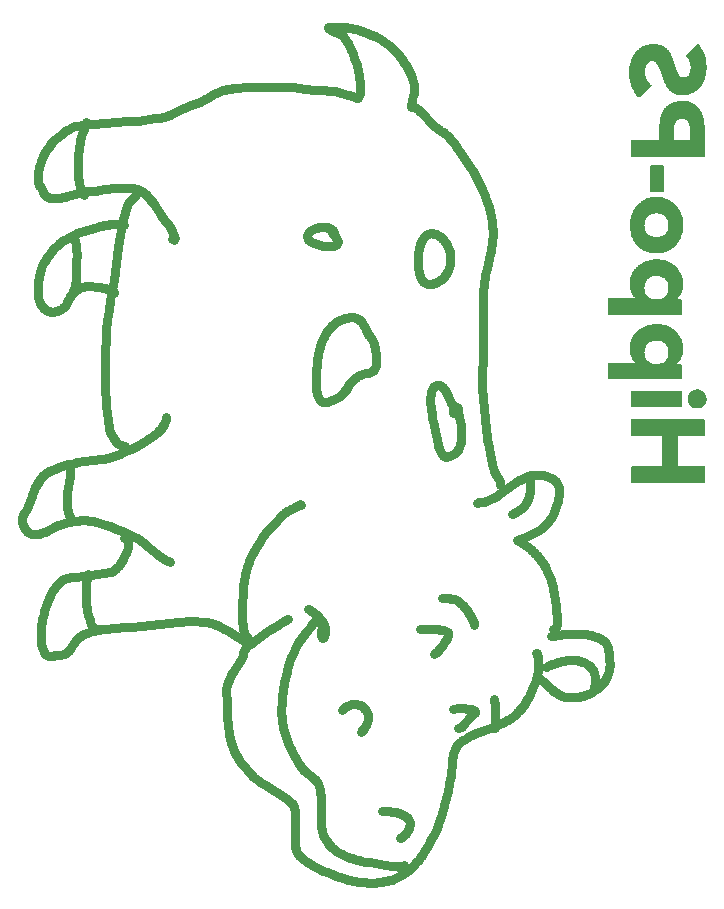
<source format=gbr>
G04 EAGLE Gerber RS-274X export*
G75*
%MOMM*%
%FSLAX34Y34*%
%LPD*%
%INBottom Copper*%
%IPPOS*%
%AMOC8*
5,1,8,0,0,1.08239X$1,22.5*%
G01*
%ADD10C,0.800000*%

G36*
X1023342Y561426D02*
X1023342Y561426D01*
X1023350Y561424D01*
X1023438Y561445D01*
X1023528Y561464D01*
X1023535Y561469D01*
X1023543Y561470D01*
X1023616Y561524D01*
X1023692Y561576D01*
X1023697Y561583D01*
X1023703Y561588D01*
X1023750Y561667D01*
X1023799Y561744D01*
X1023801Y561752D01*
X1023805Y561759D01*
X1023833Y561923D01*
X1023833Y574736D01*
X1023831Y574743D01*
X1023832Y574753D01*
X1023807Y575481D01*
X1023783Y575581D01*
X1023761Y575674D01*
X1023760Y575674D01*
X1023760Y575675D01*
X1023693Y575766D01*
X1023643Y575834D01*
X1023642Y575834D01*
X1023642Y575835D01*
X1023555Y575886D01*
X1023472Y575935D01*
X1023471Y575935D01*
X1023471Y575936D01*
X1023466Y575936D01*
X1023308Y575963D01*
X1000984Y575963D01*
X1000919Y576075D01*
X1000919Y601212D01*
X1001062Y601262D01*
X1022832Y601262D01*
X1022865Y601269D01*
X1022898Y601267D01*
X1022983Y601293D01*
X1023027Y601302D01*
X1023039Y601310D01*
X1023057Y601316D01*
X1023558Y601568D01*
X1023630Y601625D01*
X1023703Y601679D01*
X1023708Y601686D01*
X1023714Y601691D01*
X1023758Y601771D01*
X1023805Y601850D01*
X1023806Y601859D01*
X1023810Y601865D01*
X1023814Y601902D01*
X1023833Y602014D01*
X1023833Y614826D01*
X1023823Y614874D01*
X1023823Y614923D01*
X1023801Y614981D01*
X1023793Y615021D01*
X1023779Y615042D01*
X1023776Y615054D01*
X1023771Y615060D01*
X1023764Y615078D01*
X1023486Y615554D01*
X1023435Y615611D01*
X1023390Y615672D01*
X1023370Y615684D01*
X1023354Y615702D01*
X1023285Y615735D01*
X1023219Y615773D01*
X1023193Y615778D01*
X1023174Y615787D01*
X1023129Y615789D01*
X1023055Y615801D01*
X962008Y615801D01*
X961950Y615789D01*
X961890Y615787D01*
X961853Y615770D01*
X961813Y615762D01*
X961764Y615728D01*
X961710Y615702D01*
X961683Y615672D01*
X961649Y615649D01*
X961617Y615599D01*
X961578Y615554D01*
X961561Y615510D01*
X961542Y615481D01*
X961536Y615446D01*
X961518Y615399D01*
X961394Y614769D01*
X961394Y614730D01*
X961385Y614673D01*
X961385Y601860D01*
X961386Y601854D01*
X961385Y601847D01*
X961399Y601788D01*
X961405Y601720D01*
X961418Y601694D01*
X961424Y601666D01*
X961430Y601657D01*
X961431Y601653D01*
X961455Y601621D01*
X961464Y601607D01*
X961497Y601545D01*
X961520Y601526D01*
X961537Y601502D01*
X961548Y601494D01*
X961549Y601493D01*
X961562Y601485D01*
X961596Y601464D01*
X961651Y601419D01*
X961683Y601408D01*
X961704Y601395D01*
X961720Y601392D01*
X961747Y601387D01*
X961809Y601367D01*
X962464Y601268D01*
X962496Y601269D01*
X962539Y601262D01*
X987877Y601262D01*
X987942Y601151D01*
X987942Y576014D01*
X987799Y575963D01*
X962261Y575963D01*
X962249Y575961D01*
X962236Y575962D01*
X962152Y575941D01*
X962066Y575923D01*
X962056Y575916D01*
X962044Y575913D01*
X961908Y575817D01*
X961531Y575440D01*
X961524Y575430D01*
X961514Y575422D01*
X961469Y575347D01*
X961421Y575274D01*
X961419Y575262D01*
X961412Y575251D01*
X961385Y575087D01*
X961385Y562275D01*
X961391Y562246D01*
X961388Y562216D01*
X961410Y562149D01*
X961424Y562080D01*
X961441Y562055D01*
X961450Y562027D01*
X961512Y561951D01*
X961537Y561916D01*
X961547Y561909D01*
X961556Y561898D01*
X961958Y561547D01*
X962041Y561500D01*
X962122Y561452D01*
X962127Y561451D01*
X962131Y561449D01*
X962159Y561446D01*
X962286Y561424D01*
X1023333Y561424D01*
X1023342Y561426D01*
G37*
G36*
X1004073Y704107D02*
X1004073Y704107D01*
X1004081Y704106D01*
X1004170Y704127D01*
X1004260Y704145D01*
X1004266Y704150D01*
X1004275Y704152D01*
X1004348Y704206D01*
X1004423Y704258D01*
X1004428Y704265D01*
X1004435Y704270D01*
X1004481Y704348D01*
X1004530Y704425D01*
X1004532Y704434D01*
X1004536Y704441D01*
X1004564Y704605D01*
X1004564Y716178D01*
X1004545Y716269D01*
X1004529Y716360D01*
X1004526Y716367D01*
X1004524Y716373D01*
X1004505Y716401D01*
X1004444Y716503D01*
X1004096Y716908D01*
X1004071Y716928D01*
X1004052Y716953D01*
X1003994Y716988D01*
X1003939Y717030D01*
X1003909Y717039D01*
X1003881Y717055D01*
X1003790Y717070D01*
X1003747Y717082D01*
X1003734Y717080D01*
X1003717Y717083D01*
X999738Y717083D01*
X999920Y717232D01*
X999929Y717243D01*
X999943Y717253D01*
X1000494Y717766D01*
X1000500Y717774D01*
X1000509Y717781D01*
X1001038Y718317D01*
X1001043Y718326D01*
X1001054Y718334D01*
X1001556Y718894D01*
X1001562Y718904D01*
X1001573Y718914D01*
X1002046Y719499D01*
X1002051Y719509D01*
X1002060Y719518D01*
X1002504Y720126D01*
X1002509Y720135D01*
X1002517Y720144D01*
X1002933Y720771D01*
X1002938Y720781D01*
X1002946Y720792D01*
X1003332Y721438D01*
X1003335Y721449D01*
X1003344Y721459D01*
X1003697Y722124D01*
X1003700Y722133D01*
X1003706Y722142D01*
X1004033Y722820D01*
X1004035Y722828D01*
X1004040Y722837D01*
X1004341Y723527D01*
X1004343Y723534D01*
X1004348Y723542D01*
X1004625Y724242D01*
X1004628Y724257D01*
X1004637Y724274D01*
X1005094Y725708D01*
X1005096Y725726D01*
X1005105Y725746D01*
X1005276Y726479D01*
X1005276Y726490D01*
X1005281Y726503D01*
X1005417Y727243D01*
X1005417Y727256D01*
X1005421Y727270D01*
X1005517Y728017D01*
X1005516Y728027D01*
X1005519Y728040D01*
X1005579Y728790D01*
X1005578Y728801D01*
X1005581Y728815D01*
X1005604Y729567D01*
X1005602Y729577D01*
X1005604Y729584D01*
X1005603Y729587D01*
X1005604Y729595D01*
X1005565Y731100D01*
X1005563Y731109D01*
X1005564Y731119D01*
X1005516Y731870D01*
X1005514Y731880D01*
X1005515Y731893D01*
X1005433Y732641D01*
X1005431Y732649D01*
X1005431Y732659D01*
X1005212Y734149D01*
X1005206Y734165D01*
X1005205Y734186D01*
X1004875Y735654D01*
X1004871Y735663D01*
X1004870Y735675D01*
X1004673Y736402D01*
X1004668Y736412D01*
X1004665Y736427D01*
X1004430Y737142D01*
X1004426Y737149D01*
X1004424Y737159D01*
X1004164Y737865D01*
X1004160Y737871D01*
X1004158Y737880D01*
X1003875Y738577D01*
X1003870Y738584D01*
X1003868Y738594D01*
X1003559Y739281D01*
X1003553Y739290D01*
X1003549Y739302D01*
X1003208Y739973D01*
X1003203Y739979D01*
X1003200Y739988D01*
X1002837Y740647D01*
X1002832Y740653D01*
X1002829Y740662D01*
X1002443Y741309D01*
X1002437Y741315D01*
X1002433Y741325D01*
X1002022Y741956D01*
X1002015Y741964D01*
X1002008Y741977D01*
X1001567Y742587D01*
X1001562Y742592D01*
X1001557Y742600D01*
X1001096Y743195D01*
X1001089Y743200D01*
X1001084Y743209D01*
X1000601Y743786D01*
X1000594Y743792D01*
X1000588Y743801D01*
X1000082Y744359D01*
X1000073Y744366D01*
X1000064Y744378D01*
X999531Y744908D01*
X999525Y744912D01*
X999523Y744915D01*
X999522Y744916D01*
X999519Y744919D01*
X998968Y745432D01*
X998961Y745436D01*
X998955Y745444D01*
X998386Y745937D01*
X998378Y745941D01*
X998371Y745949D01*
X997784Y746420D01*
X997773Y746425D01*
X997763Y746436D01*
X997152Y746875D01*
X997145Y746878D01*
X997138Y746885D01*
X996512Y747303D01*
X996506Y747306D01*
X996499Y747312D01*
X995860Y747710D01*
X995853Y747712D01*
X995847Y747718D01*
X995195Y748096D01*
X995184Y748099D01*
X995173Y748108D01*
X994503Y748452D01*
X994496Y748454D01*
X994489Y748459D01*
X993808Y748781D01*
X993802Y748782D01*
X993795Y748787D01*
X993105Y749088D01*
X993097Y749090D01*
X993090Y749094D01*
X992390Y749373D01*
X992381Y749375D01*
X992370Y749381D01*
X991659Y749628D01*
X991651Y749629D01*
X991641Y749634D01*
X990201Y750074D01*
X990186Y750076D01*
X990167Y750083D01*
X988700Y750420D01*
X988692Y750420D01*
X988682Y750424D01*
X987942Y750565D01*
X987932Y750565D01*
X987919Y750569D01*
X987174Y750675D01*
X987167Y750675D01*
X987158Y750677D01*
X985662Y750841D01*
X985650Y750840D01*
X985636Y750843D01*
X984885Y750887D01*
X984878Y750886D01*
X984870Y750888D01*
X983365Y750931D01*
X983352Y750929D01*
X983337Y750931D01*
X981832Y750888D01*
X981826Y750886D01*
X981818Y750887D01*
X981066Y750844D01*
X981054Y750841D01*
X981039Y750842D01*
X979543Y750675D01*
X979537Y750673D01*
X979528Y750673D01*
X978783Y750567D01*
X978775Y750564D01*
X978765Y750564D01*
X978024Y750431D01*
X978017Y750428D01*
X978008Y750428D01*
X977272Y750270D01*
X977264Y750267D01*
X977255Y750266D01*
X975795Y749900D01*
X975781Y749894D01*
X975763Y749891D01*
X974330Y749430D01*
X974324Y749426D01*
X974314Y749424D01*
X973606Y749169D01*
X973599Y749165D01*
X973590Y749163D01*
X972891Y748883D01*
X972884Y748878D01*
X972874Y748876D01*
X972186Y748571D01*
X972178Y748566D01*
X972168Y748563D01*
X970817Y747899D01*
X970805Y747889D01*
X970787Y747883D01*
X969484Y747129D01*
X969476Y747122D01*
X969465Y747117D01*
X968831Y746710D01*
X968826Y746705D01*
X968817Y746701D01*
X968198Y746273D01*
X968191Y746266D01*
X968180Y746260D01*
X967580Y745806D01*
X967575Y745800D01*
X967567Y745795D01*
X966983Y745321D01*
X966978Y745315D01*
X966970Y745310D01*
X966402Y744816D01*
X966397Y744810D01*
X966389Y744804D01*
X965838Y744291D01*
X965832Y744282D01*
X965822Y744275D01*
X965296Y743737D01*
X965291Y743729D01*
X965281Y743721D01*
X964779Y743161D01*
X964774Y743153D01*
X964766Y743146D01*
X964286Y742567D01*
X964282Y742559D01*
X964274Y742552D01*
X963816Y741955D01*
X963812Y741946D01*
X963803Y741937D01*
X963371Y741321D01*
X963367Y741312D01*
X963359Y741303D01*
X962954Y740668D01*
X962951Y740661D01*
X962945Y740653D01*
X962563Y740005D01*
X962560Y739997D01*
X962554Y739989D01*
X962195Y739327D01*
X962192Y739317D01*
X962185Y739306D01*
X961858Y738628D01*
X961855Y738616D01*
X961847Y738603D01*
X961558Y737908D01*
X961556Y737899D01*
X961550Y737888D01*
X961292Y737181D01*
X961290Y737172D01*
X961285Y737161D01*
X961057Y736444D01*
X961055Y736432D01*
X961049Y736419D01*
X960859Y735691D01*
X960858Y735680D01*
X960853Y735668D01*
X960697Y734932D01*
X960697Y734923D01*
X960694Y734913D01*
X960565Y734172D01*
X960566Y734163D01*
X960563Y734153D01*
X960463Y733407D01*
X960463Y733395D01*
X960460Y733380D01*
X960400Y732630D01*
X960401Y732623D01*
X960399Y732615D01*
X960362Y731863D01*
X960363Y731857D01*
X960362Y731850D01*
X960345Y731097D01*
X960346Y731088D01*
X960345Y731077D01*
X960358Y730324D01*
X960361Y730314D01*
X960359Y730301D01*
X960456Y728799D01*
X960458Y728790D01*
X960458Y728778D01*
X960537Y728030D01*
X960540Y728022D01*
X960540Y728011D01*
X960648Y727266D01*
X960651Y727258D01*
X960651Y727248D01*
X960785Y726508D01*
X960788Y726501D01*
X960788Y726493D01*
X960946Y725757D01*
X960949Y725750D01*
X960949Y725741D01*
X961131Y725010D01*
X961134Y725003D01*
X961135Y724993D01*
X961343Y724270D01*
X961347Y724262D01*
X961349Y724251D01*
X961585Y723536D01*
X961591Y723526D01*
X961593Y723512D01*
X961865Y722810D01*
X961872Y722800D01*
X961875Y722787D01*
X962183Y722100D01*
X962190Y722089D01*
X962196Y722073D01*
X962543Y721406D01*
X962552Y721395D01*
X962559Y721379D01*
X962947Y720735D01*
X962956Y720725D01*
X962963Y720710D01*
X963388Y720089D01*
X963401Y720077D01*
X963412Y720058D01*
X963884Y719472D01*
X963895Y719463D01*
X963904Y719449D01*
X964412Y718893D01*
X964422Y718886D01*
X964432Y718873D01*
X964970Y718348D01*
X964981Y718341D01*
X964990Y718329D01*
X965228Y718121D01*
X942390Y718121D01*
X942325Y718108D01*
X942259Y718104D01*
X942229Y718089D01*
X942195Y718082D01*
X942141Y718044D01*
X942081Y718015D01*
X942055Y717986D01*
X942031Y717969D01*
X942010Y717936D01*
X941970Y717892D01*
X941676Y717433D01*
X941654Y717378D01*
X941624Y717328D01*
X941616Y717280D01*
X941604Y717248D01*
X941605Y717212D01*
X941597Y717164D01*
X941597Y705119D01*
X941602Y705094D01*
X941599Y705068D01*
X941629Y704961D01*
X941636Y704924D01*
X941641Y704917D01*
X941643Y704908D01*
X941882Y704394D01*
X941946Y704308D01*
X942000Y704235D01*
X942001Y704234D01*
X942092Y704180D01*
X942171Y704134D01*
X942171Y704133D01*
X942172Y704133D01*
X942176Y704133D01*
X942335Y704106D01*
X1004065Y704106D01*
X1004073Y704107D01*
G37*
G36*
X1004073Y649429D02*
X1004073Y649429D01*
X1004081Y649427D01*
X1004170Y649448D01*
X1004260Y649467D01*
X1004266Y649472D01*
X1004275Y649473D01*
X1004348Y649527D01*
X1004423Y649579D01*
X1004428Y649586D01*
X1004435Y649591D01*
X1004481Y649670D01*
X1004530Y649747D01*
X1004532Y649755D01*
X1004536Y649762D01*
X1004564Y649926D01*
X1004564Y661499D01*
X1004545Y661590D01*
X1004529Y661682D01*
X1004526Y661688D01*
X1004524Y661694D01*
X1004505Y661722D01*
X1004444Y661824D01*
X1004096Y662230D01*
X1004071Y662249D01*
X1004052Y662275D01*
X1003993Y662310D01*
X1003939Y662352D01*
X1003908Y662360D01*
X1003881Y662376D01*
X1003789Y662392D01*
X1003747Y662403D01*
X1003733Y662401D01*
X1003717Y662404D01*
X999738Y662404D01*
X999920Y662554D01*
X999929Y662564D01*
X999943Y662574D01*
X1000494Y663087D01*
X1000500Y663095D01*
X1000509Y663102D01*
X1001038Y663638D01*
X1001043Y663647D01*
X1001054Y663655D01*
X1001556Y664215D01*
X1001562Y664225D01*
X1001573Y664235D01*
X1002046Y664820D01*
X1002051Y664830D01*
X1002060Y664839D01*
X1002504Y665447D01*
X1002509Y665456D01*
X1002517Y665465D01*
X1002933Y666093D01*
X1002938Y666103D01*
X1002946Y666113D01*
X1003332Y666760D01*
X1003335Y666770D01*
X1003344Y666781D01*
X1003697Y667445D01*
X1003700Y667454D01*
X1003706Y667463D01*
X1004033Y668141D01*
X1004035Y668150D01*
X1004040Y668158D01*
X1004341Y668848D01*
X1004343Y668855D01*
X1004348Y668864D01*
X1004625Y669564D01*
X1004628Y669579D01*
X1004637Y669596D01*
X1005094Y671030D01*
X1005096Y671047D01*
X1005105Y671068D01*
X1005276Y671801D01*
X1005276Y671811D01*
X1005281Y671824D01*
X1005417Y672564D01*
X1005417Y672577D01*
X1005421Y672592D01*
X1005517Y673338D01*
X1005516Y673349D01*
X1005519Y673361D01*
X1005579Y674111D01*
X1005578Y674122D01*
X1005581Y674136D01*
X1005604Y674888D01*
X1005602Y674898D01*
X1005604Y674905D01*
X1005603Y674908D01*
X1005604Y674917D01*
X1005565Y676422D01*
X1005563Y676430D01*
X1005564Y676440D01*
X1005516Y677191D01*
X1005514Y677201D01*
X1005515Y677214D01*
X1005433Y677962D01*
X1005431Y677970D01*
X1005431Y677981D01*
X1005212Y679470D01*
X1005206Y679486D01*
X1005205Y679507D01*
X1004875Y680975D01*
X1004871Y680984D01*
X1004870Y680996D01*
X1004673Y681723D01*
X1004667Y681734D01*
X1004665Y681749D01*
X1004429Y682464D01*
X1004425Y682471D01*
X1004423Y682480D01*
X1004163Y683186D01*
X1004159Y683192D01*
X1004157Y683201D01*
X1003875Y683898D01*
X1003870Y683906D01*
X1003867Y683916D01*
X1003558Y684602D01*
X1003552Y684611D01*
X1003548Y684623D01*
X1003208Y685295D01*
X1003203Y685301D01*
X1003200Y685310D01*
X1002837Y685969D01*
X1002832Y685975D01*
X1002829Y685984D01*
X1002443Y686630D01*
X1002437Y686637D01*
X1002433Y686647D01*
X1002022Y687278D01*
X1002015Y687286D01*
X1002008Y687298D01*
X1001567Y687908D01*
X1001562Y687913D01*
X1001557Y687922D01*
X1001095Y688516D01*
X1001089Y688521D01*
X1001084Y688530D01*
X1000602Y689107D01*
X1000594Y689113D01*
X1000588Y689123D01*
X1000082Y689680D01*
X1000073Y689687D01*
X1000065Y689699D01*
X999531Y690230D01*
X999525Y690233D01*
X999523Y690236D01*
X999522Y690237D01*
X999519Y690241D01*
X998968Y690754D01*
X998961Y690758D01*
X998955Y690765D01*
X998386Y691258D01*
X998378Y691262D01*
X998371Y691270D01*
X997784Y691741D01*
X997773Y691747D01*
X997763Y691757D01*
X997152Y692197D01*
X997145Y692200D01*
X997138Y692206D01*
X996512Y692624D01*
X996506Y692627D01*
X996499Y692633D01*
X995860Y693031D01*
X995853Y693034D01*
X995846Y693040D01*
X995195Y693417D01*
X995184Y693421D01*
X995173Y693429D01*
X994503Y693773D01*
X994496Y693775D01*
X994489Y693780D01*
X993808Y694102D01*
X993802Y694104D01*
X993795Y694108D01*
X993105Y694409D01*
X993097Y694411D01*
X993090Y694416D01*
X992390Y694694D01*
X992381Y694696D01*
X992370Y694702D01*
X991659Y694950D01*
X991651Y694951D01*
X991641Y694956D01*
X990201Y695395D01*
X990185Y695397D01*
X990167Y695404D01*
X988700Y695741D01*
X988691Y695742D01*
X988682Y695745D01*
X987942Y695886D01*
X987932Y695886D01*
X987919Y695890D01*
X987174Y695997D01*
X987167Y695996D01*
X987158Y695999D01*
X985662Y696163D01*
X985650Y696162D01*
X985636Y696165D01*
X984885Y696209D01*
X984878Y696208D01*
X984870Y696209D01*
X983365Y696252D01*
X983352Y696250D01*
X983337Y696252D01*
X981832Y696209D01*
X981825Y696208D01*
X981817Y696209D01*
X981066Y696166D01*
X981055Y696162D01*
X981040Y696163D01*
X979543Y695998D01*
X979536Y695996D01*
X979527Y695996D01*
X978782Y695888D01*
X978775Y695886D01*
X978765Y695886D01*
X978024Y695753D01*
X978017Y695750D01*
X978008Y695749D01*
X977272Y695591D01*
X977264Y695588D01*
X977255Y695588D01*
X975795Y695222D01*
X975781Y695215D01*
X975763Y695212D01*
X974330Y694751D01*
X974324Y694747D01*
X974314Y694746D01*
X973606Y694490D01*
X973599Y694486D01*
X973590Y694484D01*
X972891Y694204D01*
X972884Y694199D01*
X972874Y694197D01*
X972186Y693892D01*
X972179Y693887D01*
X972168Y693884D01*
X970817Y693220D01*
X970805Y693211D01*
X970787Y693204D01*
X969484Y692450D01*
X969476Y692443D01*
X969465Y692438D01*
X968831Y692032D01*
X968826Y692026D01*
X968817Y692022D01*
X968198Y691594D01*
X968191Y691587D01*
X968180Y691582D01*
X967580Y691127D01*
X967575Y691121D01*
X967567Y691117D01*
X966983Y690642D01*
X966978Y690636D01*
X966970Y690631D01*
X966402Y690137D01*
X966397Y690131D01*
X966389Y690126D01*
X965838Y689612D01*
X965832Y689604D01*
X965822Y689596D01*
X965296Y689058D01*
X965291Y689050D01*
X965281Y689042D01*
X964779Y688482D01*
X964774Y688474D01*
X964766Y688467D01*
X964286Y687888D01*
X964282Y687880D01*
X964274Y687873D01*
X963816Y687276D01*
X963812Y687267D01*
X963803Y687259D01*
X963371Y686642D01*
X963367Y686633D01*
X963359Y686624D01*
X962954Y685990D01*
X962951Y685982D01*
X962945Y685975D01*
X962563Y685326D01*
X962560Y685319D01*
X962554Y685311D01*
X962195Y684649D01*
X962192Y684638D01*
X962185Y684628D01*
X961858Y683949D01*
X961855Y683937D01*
X961847Y683924D01*
X961558Y683229D01*
X961556Y683220D01*
X961550Y683209D01*
X961292Y682503D01*
X961290Y682493D01*
X961285Y682483D01*
X961057Y681765D01*
X961055Y681754D01*
X961049Y681740D01*
X960859Y681012D01*
X960858Y681002D01*
X960853Y680989D01*
X960697Y680253D01*
X960697Y680244D01*
X960694Y680235D01*
X960565Y679493D01*
X960566Y679485D01*
X960563Y679474D01*
X960463Y678728D01*
X960463Y678716D01*
X960460Y678702D01*
X960400Y677951D01*
X960401Y677944D01*
X960399Y677936D01*
X960362Y677184D01*
X960363Y677178D01*
X960362Y677171D01*
X960345Y676419D01*
X960346Y676409D01*
X960345Y676398D01*
X960358Y675646D01*
X960361Y675635D01*
X960359Y675623D01*
X960456Y674121D01*
X960458Y674111D01*
X960458Y674100D01*
X960537Y673351D01*
X960540Y673343D01*
X960540Y673332D01*
X960648Y672587D01*
X960651Y672580D01*
X960651Y672570D01*
X960785Y671829D01*
X960788Y671823D01*
X960788Y671814D01*
X960946Y671078D01*
X960949Y671071D01*
X960949Y671062D01*
X961131Y670332D01*
X961134Y670324D01*
X961135Y670314D01*
X961343Y669591D01*
X961347Y669583D01*
X961349Y669572D01*
X961585Y668857D01*
X961591Y668847D01*
X961593Y668833D01*
X961865Y668132D01*
X961872Y668122D01*
X961875Y668108D01*
X962183Y667421D01*
X962190Y667410D01*
X962196Y667395D01*
X962543Y666727D01*
X962552Y666717D01*
X962558Y666700D01*
X962947Y666056D01*
X962956Y666046D01*
X962963Y666032D01*
X963388Y665411D01*
X963401Y665398D01*
X963412Y665379D01*
X963884Y664794D01*
X963895Y664785D01*
X963904Y664770D01*
X964412Y664215D01*
X964422Y664207D01*
X964432Y664194D01*
X964970Y663669D01*
X964981Y663662D01*
X964990Y663650D01*
X965228Y663443D01*
X942390Y663443D01*
X942325Y663430D01*
X942259Y663425D01*
X942229Y663410D01*
X942195Y663403D01*
X942141Y663366D01*
X942081Y663336D01*
X942055Y663307D01*
X942031Y663291D01*
X942010Y663257D01*
X941970Y663213D01*
X941676Y662754D01*
X941654Y662700D01*
X941624Y662649D01*
X941616Y662601D01*
X941604Y662569D01*
X941605Y662534D01*
X941597Y662485D01*
X941597Y650440D01*
X941602Y650415D01*
X941599Y650390D01*
X941629Y650283D01*
X941636Y650245D01*
X941641Y650239D01*
X941643Y650229D01*
X941882Y649716D01*
X941946Y649630D01*
X942000Y649556D01*
X942001Y649556D01*
X942092Y649502D01*
X942171Y649455D01*
X942172Y649455D01*
X942176Y649454D01*
X942335Y649427D01*
X1004065Y649427D01*
X1004073Y649429D01*
G37*
G36*
X1023342Y837853D02*
X1023342Y837853D01*
X1023351Y837851D01*
X1023439Y837873D01*
X1023528Y837891D01*
X1023536Y837896D01*
X1023544Y837898D01*
X1023617Y837952D01*
X1023692Y838003D01*
X1023697Y838011D01*
X1023704Y838016D01*
X1023750Y838094D01*
X1023799Y838171D01*
X1023801Y838180D01*
X1023805Y838187D01*
X1023833Y838352D01*
X1023831Y838750D01*
X1023774Y863569D01*
X1023770Y863584D01*
X1023772Y863603D01*
X1023613Y865854D01*
X1023610Y865865D01*
X1023611Y865879D01*
X1023337Y868119D01*
X1023333Y868130D01*
X1023333Y868145D01*
X1022942Y870366D01*
X1022938Y870377D01*
X1022937Y870391D01*
X1022769Y871125D01*
X1022765Y871133D01*
X1022764Y871144D01*
X1022369Y872595D01*
X1022364Y872604D01*
X1022362Y872617D01*
X1022131Y873333D01*
X1022126Y873341D01*
X1022124Y873353D01*
X1021863Y874058D01*
X1021859Y874064D01*
X1021858Y874073D01*
X1021575Y874769D01*
X1021570Y874776D01*
X1021568Y874785D01*
X1021261Y875471D01*
X1021255Y875480D01*
X1021252Y875491D01*
X1020916Y876164D01*
X1020909Y876172D01*
X1020905Y876184D01*
X1020537Y876841D01*
X1020532Y876846D01*
X1020529Y876855D01*
X1020139Y877499D01*
X1020133Y877506D01*
X1020128Y877516D01*
X1019712Y878142D01*
X1019704Y878150D01*
X1019699Y878161D01*
X1019254Y878767D01*
X1019245Y878776D01*
X1019237Y878789D01*
X1018760Y879370D01*
X1018750Y879378D01*
X1018742Y879392D01*
X1018233Y879945D01*
X1018224Y879951D01*
X1018217Y879962D01*
X1017682Y880491D01*
X1017672Y880497D01*
X1017664Y880508D01*
X1017104Y881009D01*
X1017094Y881015D01*
X1017085Y881025D01*
X1016500Y881498D01*
X1016490Y881504D01*
X1016479Y881514D01*
X1015871Y881956D01*
X1015861Y881961D01*
X1015851Y881970D01*
X1015222Y882381D01*
X1015213Y882385D01*
X1015204Y882392D01*
X1014559Y882777D01*
X1014550Y882781D01*
X1014541Y882788D01*
X1013880Y883146D01*
X1013868Y883150D01*
X1013854Y883159D01*
X1013174Y883479D01*
X1013161Y883482D01*
X1013148Y883490D01*
X1012450Y883771D01*
X1012441Y883773D01*
X1012431Y883778D01*
X1011723Y884029D01*
X1011713Y884031D01*
X1011702Y884036D01*
X1010982Y884256D01*
X1010966Y884258D01*
X1010947Y884266D01*
X1009480Y884598D01*
X1009470Y884598D01*
X1009457Y884602D01*
X1008717Y884734D01*
X1008706Y884734D01*
X1008692Y884738D01*
X1007946Y884833D01*
X1007942Y884833D01*
X1007937Y884834D01*
X1007189Y884914D01*
X1007180Y884913D01*
X1007170Y884916D01*
X1006419Y884966D01*
X1006412Y884965D01*
X1006402Y884967D01*
X1004899Y885018D01*
X1004889Y885016D01*
X1004875Y885018D01*
X1003372Y884997D01*
X1003360Y884995D01*
X1003344Y884996D01*
X1001844Y884892D01*
X1001834Y884890D01*
X1001821Y884890D01*
X1001074Y884804D01*
X1001067Y884802D01*
X1001059Y884802D01*
X1000315Y884693D01*
X1000310Y884691D01*
X1000304Y884691D01*
X999562Y884566D01*
X999552Y884562D01*
X999537Y884561D01*
X998803Y884398D01*
X998796Y884394D01*
X998786Y884394D01*
X998059Y884205D01*
X998052Y884202D01*
X998043Y884201D01*
X997322Y883988D01*
X997310Y883982D01*
X997295Y883979D01*
X996587Y883726D01*
X996577Y883720D01*
X996563Y883717D01*
X995869Y883429D01*
X995861Y883424D01*
X995850Y883421D01*
X995168Y883104D01*
X995161Y883099D01*
X995150Y883095D01*
X994481Y882751D01*
X994471Y882743D01*
X994457Y882737D01*
X993809Y882356D01*
X993800Y882349D01*
X993788Y882343D01*
X993159Y881931D01*
X993152Y881924D01*
X993141Y881918D01*
X992531Y881479D01*
X992524Y881472D01*
X992513Y881466D01*
X991924Y880999D01*
X991916Y880991D01*
X991904Y880983D01*
X991339Y880487D01*
X991330Y880476D01*
X991316Y880466D01*
X990782Y879936D01*
X990776Y879926D01*
X990764Y879917D01*
X990260Y879360D01*
X990254Y879350D01*
X990242Y879340D01*
X989768Y878757D01*
X989763Y878747D01*
X989753Y878737D01*
X989308Y878131D01*
X989304Y878122D01*
X989295Y878113D01*
X988877Y877488D01*
X988873Y877478D01*
X988864Y877468D01*
X988477Y876823D01*
X988473Y876812D01*
X988465Y876801D01*
X988110Y876138D01*
X988108Y876131D01*
X988102Y876123D01*
X987771Y875448D01*
X987769Y875440D01*
X987764Y875433D01*
X987456Y874747D01*
X987453Y874736D01*
X987446Y874724D01*
X987172Y874024D01*
X987170Y874016D01*
X987165Y874007D01*
X986917Y873297D01*
X986916Y873289D01*
X986912Y873281D01*
X986687Y872564D01*
X986686Y872557D01*
X986683Y872549D01*
X986480Y871825D01*
X986480Y871817D01*
X986476Y871808D01*
X986299Y871077D01*
X986298Y871066D01*
X986293Y871052D01*
X985873Y868836D01*
X985873Y868823D01*
X985868Y868808D01*
X985576Y866571D01*
X985577Y866558D01*
X985573Y866543D01*
X985405Y864293D01*
X985407Y864278D01*
X985404Y864259D01*
X985340Y852466D01*
X985244Y852390D01*
X962102Y852390D01*
X962091Y852388D01*
X962080Y852389D01*
X961994Y852368D01*
X961907Y852350D01*
X961898Y852344D01*
X961887Y852341D01*
X961817Y852288D01*
X961744Y852238D01*
X961737Y852228D01*
X961728Y852221D01*
X961640Y852080D01*
X961422Y851546D01*
X961419Y851533D01*
X961412Y851521D01*
X961385Y851357D01*
X961385Y838572D01*
X961387Y838562D01*
X961385Y838552D01*
X961406Y838465D01*
X961424Y838377D01*
X961430Y838368D01*
X961432Y838359D01*
X961486Y838287D01*
X961537Y838213D01*
X961545Y838207D01*
X961551Y838199D01*
X961692Y838111D01*
X962223Y837889D01*
X962238Y837887D01*
X962251Y837879D01*
X962415Y837851D01*
X1023333Y837851D01*
X1023342Y837853D01*
G37*
G36*
X968074Y887989D02*
X968074Y887989D01*
X968166Y888000D01*
X968173Y888004D01*
X968180Y888005D01*
X968211Y888024D01*
X968313Y888078D01*
X968865Y888504D01*
X968877Y888518D01*
X968896Y888530D01*
X978919Y897648D01*
X978932Y897667D01*
X978951Y897681D01*
X978991Y897746D01*
X979036Y897808D01*
X979041Y897831D01*
X979053Y897851D01*
X979064Y897927D01*
X979082Y898002D01*
X979078Y898025D01*
X979081Y898048D01*
X979061Y898123D01*
X979048Y898198D01*
X979035Y898218D01*
X979029Y898240D01*
X978959Y898336D01*
X978941Y898365D01*
X978935Y898369D01*
X978931Y898375D01*
X978447Y898846D01*
X978438Y898852D01*
X978428Y898864D01*
X977873Y899352D01*
X977351Y899858D01*
X976858Y900391D01*
X976394Y900950D01*
X975958Y901530D01*
X975556Y902134D01*
X975186Y902757D01*
X974854Y903404D01*
X974548Y904068D01*
X974273Y904742D01*
X974031Y905430D01*
X973823Y906127D01*
X973648Y906834D01*
X973510Y907547D01*
X973410Y908268D01*
X973345Y908991D01*
X973322Y909716D01*
X973336Y910443D01*
X973387Y911170D01*
X973473Y911891D01*
X973596Y912608D01*
X973755Y913318D01*
X973948Y914014D01*
X974188Y914691D01*
X974473Y915348D01*
X974804Y915978D01*
X975186Y916568D01*
X975625Y917109D01*
X976120Y917593D01*
X976668Y918008D01*
X977257Y918339D01*
X977890Y918566D01*
X978559Y918698D01*
X979246Y918742D01*
X979935Y918700D01*
X980610Y918572D01*
X981258Y918359D01*
X981865Y918056D01*
X982416Y917669D01*
X982904Y917192D01*
X983347Y916644D01*
X983758Y916051D01*
X984141Y915432D01*
X984501Y914792D01*
X984833Y914145D01*
X985430Y912790D01*
X985694Y912111D01*
X989039Y902130D01*
X989046Y902118D01*
X989050Y902100D01*
X989335Y901404D01*
X989339Y901398D01*
X989341Y901390D01*
X989953Y900015D01*
X989960Y900005D01*
X989965Y899990D01*
X990653Y898650D01*
X990657Y898644D01*
X990660Y898636D01*
X991026Y897978D01*
X991031Y897972D01*
X991035Y897964D01*
X991422Y897319D01*
X991428Y897313D01*
X991432Y897303D01*
X991843Y896673D01*
X991849Y896666D01*
X991855Y896656D01*
X992291Y896043D01*
X992300Y896034D01*
X992308Y896020D01*
X992778Y895433D01*
X992785Y895427D01*
X992791Y895417D01*
X993285Y894849D01*
X993293Y894842D01*
X993301Y894832D01*
X993820Y894288D01*
X993829Y894282D01*
X993836Y894272D01*
X994380Y893751D01*
X994387Y893747D01*
X994394Y893738D01*
X994956Y893239D01*
X994966Y893234D01*
X994974Y893224D01*
X995560Y892751D01*
X995571Y892746D01*
X995581Y892735D01*
X996190Y892293D01*
X996201Y892289D01*
X996211Y892279D01*
X996842Y891869D01*
X996855Y891864D01*
X996869Y891853D01*
X997524Y891484D01*
X997538Y891479D01*
X997553Y891469D01*
X998231Y891143D01*
X998248Y891139D01*
X998266Y891128D01*
X998968Y890855D01*
X998981Y890853D01*
X998996Y890845D01*
X999713Y890615D01*
X999723Y890614D01*
X999735Y890608D01*
X1000462Y890413D01*
X1000473Y890412D01*
X1000485Y890407D01*
X1001220Y890246D01*
X1001234Y890245D01*
X1001252Y890240D01*
X1001996Y890127D01*
X1002003Y890127D01*
X1002012Y890125D01*
X1002759Y890036D01*
X1002767Y890036D01*
X1002777Y890034D01*
X1003527Y889972D01*
X1003540Y889973D01*
X1003555Y889970D01*
X1005059Y889931D01*
X1005074Y889933D01*
X1005092Y889931D01*
X1006596Y889990D01*
X1006605Y889992D01*
X1006615Y889991D01*
X1007365Y890049D01*
X1007378Y890052D01*
X1007394Y890052D01*
X1008140Y890153D01*
X1008146Y890155D01*
X1008153Y890155D01*
X1008896Y890276D01*
X1008903Y890278D01*
X1008911Y890278D01*
X1009650Y890422D01*
X1009662Y890427D01*
X1009677Y890428D01*
X1010407Y890613D01*
X1010414Y890616D01*
X1010424Y890617D01*
X1011146Y890828D01*
X1011154Y890832D01*
X1011164Y890834D01*
X1011878Y891072D01*
X1011891Y891079D01*
X1011908Y891083D01*
X1012605Y891365D01*
X1012613Y891370D01*
X1012624Y891373D01*
X1013310Y891684D01*
X1013316Y891689D01*
X1013326Y891691D01*
X1014000Y892027D01*
X1014008Y892033D01*
X1014020Y892037D01*
X1014678Y892403D01*
X1014686Y892410D01*
X1014698Y892414D01*
X1015338Y892809D01*
X1015343Y892814D01*
X1015352Y892818D01*
X1015979Y893234D01*
X1015985Y893240D01*
X1015993Y893244D01*
X1016606Y893681D01*
X1016613Y893689D01*
X1016625Y893696D01*
X1017216Y894162D01*
X1017222Y894169D01*
X1017231Y894175D01*
X1017803Y894664D01*
X1017808Y894670D01*
X1017816Y894676D01*
X1018370Y895186D01*
X1018375Y895193D01*
X1018383Y895199D01*
X1018917Y895729D01*
X1018923Y895738D01*
X1018934Y895746D01*
X1019442Y896302D01*
X1019447Y896310D01*
X1019456Y896318D01*
X1019940Y896894D01*
X1019943Y896901D01*
X1019950Y896907D01*
X1020414Y897499D01*
X1020417Y897505D01*
X1020423Y897510D01*
X1020871Y898115D01*
X1020876Y898126D01*
X1020886Y898137D01*
X1021301Y898766D01*
X1021305Y898775D01*
X1021313Y898784D01*
X1022085Y900075D01*
X1022089Y900086D01*
X1022098Y900098D01*
X1022451Y900763D01*
X1022454Y900774D01*
X1022462Y900786D01*
X1023099Y902150D01*
X1023101Y902158D01*
X1023106Y902167D01*
X1023398Y902861D01*
X1023401Y902872D01*
X1023408Y902884D01*
X1023664Y903592D01*
X1023666Y903599D01*
X1023670Y903608D01*
X1024135Y905039D01*
X1024136Y905050D01*
X1024141Y905061D01*
X1024341Y905786D01*
X1024342Y905794D01*
X1024345Y905802D01*
X1024700Y907264D01*
X1024701Y907274D01*
X1024705Y907285D01*
X1024851Y908023D01*
X1024851Y908031D01*
X1024854Y908040D01*
X1025096Y909526D01*
X1025095Y909534D01*
X1025098Y909544D01*
X1025192Y910291D01*
X1025192Y910299D01*
X1025194Y910310D01*
X1025325Y911809D01*
X1025324Y911817D01*
X1025326Y911826D01*
X1025367Y912577D01*
X1025365Y912586D01*
X1025367Y912597D01*
X1025389Y914102D01*
X1025388Y914109D01*
X1025389Y914118D01*
X1025376Y914871D01*
X1025375Y914877D01*
X1025376Y914885D01*
X1025307Y916388D01*
X1025304Y916399D01*
X1025305Y916412D01*
X1025165Y917911D01*
X1025163Y917917D01*
X1025164Y917926D01*
X1025070Y918673D01*
X1025068Y918680D01*
X1025068Y918689D01*
X1024834Y920176D01*
X1024831Y920184D01*
X1024831Y920195D01*
X1024685Y920933D01*
X1024684Y920936D01*
X1024684Y920939D01*
X1024531Y921675D01*
X1024527Y921684D01*
X1024526Y921696D01*
X1024156Y923155D01*
X1024154Y923161D01*
X1024153Y923169D01*
X1023948Y923893D01*
X1023944Y923900D01*
X1023942Y923911D01*
X1023711Y924627D01*
X1023709Y924630D01*
X1023708Y924634D01*
X1023465Y925347D01*
X1023460Y925356D01*
X1023457Y925368D01*
X1023181Y926069D01*
X1023178Y926073D01*
X1023177Y926079D01*
X1022886Y926773D01*
X1022882Y926779D01*
X1022880Y926787D01*
X1022567Y927472D01*
X1022559Y927482D01*
X1022555Y927496D01*
X1021855Y928829D01*
X1021845Y928841D01*
X1021838Y928859D01*
X1021048Y930140D01*
X1021042Y930147D01*
X1021038Y930157D01*
X1020618Y930782D01*
X1020610Y930790D01*
X1020604Y930802D01*
X1019703Y932008D01*
X1019693Y932016D01*
X1019685Y932030D01*
X1019200Y932606D01*
X1019190Y932614D01*
X1019183Y932625D01*
X1019051Y932726D01*
X1018546Y932993D01*
X1018524Y932999D01*
X1018506Y933012D01*
X1018430Y933027D01*
X1018355Y933048D01*
X1018333Y933046D01*
X1018311Y933050D01*
X1018235Y933034D01*
X1018158Y933025D01*
X1018138Y933014D01*
X1018116Y933010D01*
X1018013Y932943D01*
X1017985Y932927D01*
X1017982Y932923D01*
X1017976Y932919D01*
X1007979Y923774D01*
X1007976Y923769D01*
X1007974Y923768D01*
X1007968Y923759D01*
X1007957Y923744D01*
X1007928Y923720D01*
X1007899Y923664D01*
X1007862Y923613D01*
X1007854Y923577D01*
X1007836Y923544D01*
X1007831Y923481D01*
X1007817Y923420D01*
X1007823Y923383D01*
X1007820Y923346D01*
X1007840Y923286D01*
X1007851Y923224D01*
X1007871Y923192D01*
X1007883Y923157D01*
X1007935Y923094D01*
X1007959Y923057D01*
X1007974Y923046D01*
X1007989Y923028D01*
X1008542Y922550D01*
X1009036Y922041D01*
X1009486Y921491D01*
X1009892Y920904D01*
X1010254Y920286D01*
X1010571Y919644D01*
X1010846Y918975D01*
X1011089Y918287D01*
X1011303Y917587D01*
X1011487Y916878D01*
X1011644Y916165D01*
X1011764Y915449D01*
X1011843Y914727D01*
X1011887Y914003D01*
X1011887Y913280D01*
X1011847Y912556D01*
X1011766Y911836D01*
X1011646Y911119D01*
X1011491Y910410D01*
X1011296Y909715D01*
X1011059Y909033D01*
X1010780Y908371D01*
X1010459Y907736D01*
X1010086Y907142D01*
X1009654Y906598D01*
X1009161Y906112D01*
X1008621Y905695D01*
X1008033Y905372D01*
X1007398Y905150D01*
X1006728Y905026D01*
X1006038Y904987D01*
X1005347Y905028D01*
X1004674Y905155D01*
X1004031Y905373D01*
X1003434Y905679D01*
X1002905Y906083D01*
X1002438Y906577D01*
X1002022Y907145D01*
X1001634Y907757D01*
X1001273Y908391D01*
X1000941Y909037D01*
X1000347Y910389D01*
X1000091Y911079D01*
X999839Y911776D01*
X999611Y912481D01*
X997166Y920388D01*
X997160Y920400D01*
X997157Y920415D01*
X996895Y921120D01*
X996891Y921126D01*
X996889Y921134D01*
X996324Y922528D01*
X996316Y922539D01*
X996312Y922554D01*
X995668Y923915D01*
X995660Y923926D01*
X995655Y923942D01*
X994931Y925261D01*
X994926Y925266D01*
X994924Y925274D01*
X994543Y925923D01*
X994536Y925931D01*
X994531Y925943D01*
X994120Y926573D01*
X994111Y926582D01*
X994104Y926595D01*
X993660Y927203D01*
X993652Y927210D01*
X993646Y927222D01*
X993174Y927808D01*
X993165Y927815D01*
X993158Y927826D01*
X992659Y928389D01*
X992650Y928395D01*
X992643Y928405D01*
X992118Y928944D01*
X992109Y928950D01*
X992102Y928960D01*
X991554Y929475D01*
X991546Y929480D01*
X991539Y929488D01*
X990970Y929981D01*
X990959Y929988D01*
X990947Y930000D01*
X990350Y930459D01*
X990341Y930463D01*
X990333Y930472D01*
X989716Y930903D01*
X989707Y930908D01*
X989697Y930917D01*
X989061Y931319D01*
X989049Y931323D01*
X989037Y931333D01*
X988380Y931699D01*
X988365Y931704D01*
X988348Y931716D01*
X987665Y932033D01*
X987649Y932037D01*
X987630Y932047D01*
X986926Y932312D01*
X986915Y932314D01*
X986903Y932321D01*
X986187Y932551D01*
X986177Y932552D01*
X986166Y932557D01*
X985440Y932756D01*
X985425Y932757D01*
X985408Y932763D01*
X984670Y932914D01*
X984659Y932914D01*
X984646Y932918D01*
X983159Y933146D01*
X983140Y933145D01*
X983116Y933150D01*
X981614Y933250D01*
X981605Y933249D01*
X981594Y933251D01*
X980842Y933271D01*
X980835Y933269D01*
X980826Y933271D01*
X980074Y933267D01*
X980069Y933266D01*
X980064Y933267D01*
X979312Y933249D01*
X979302Y933247D01*
X979290Y933248D01*
X978539Y933197D01*
X978534Y933195D01*
X978529Y933196D01*
X977779Y933129D01*
X977771Y933127D01*
X977760Y933127D01*
X977013Y933032D01*
X977001Y933028D01*
X976986Y933027D01*
X975506Y932754D01*
X975494Y932750D01*
X975479Y932749D01*
X974747Y932571D01*
X974738Y932567D01*
X974726Y932565D01*
X974004Y932356D01*
X973997Y932352D01*
X973988Y932351D01*
X973273Y932118D01*
X973263Y932113D01*
X973251Y932110D01*
X972546Y931844D01*
X972535Y931837D01*
X972520Y931833D01*
X971832Y931527D01*
X971826Y931523D01*
X971816Y931520D01*
X971140Y931190D01*
X971134Y931185D01*
X971125Y931182D01*
X970460Y930828D01*
X970451Y930820D01*
X970437Y930815D01*
X969792Y930425D01*
X969787Y930420D01*
X969779Y930417D01*
X969148Y930008D01*
X969142Y930003D01*
X969134Y929999D01*
X968516Y929569D01*
X968509Y929561D01*
X968497Y929555D01*
X967900Y929096D01*
X967893Y929088D01*
X967881Y929080D01*
X967308Y928592D01*
X967303Y928586D01*
X967295Y928581D01*
X966740Y928072D01*
X966735Y928066D01*
X966727Y928060D01*
X966190Y927532D01*
X966184Y927523D01*
X966173Y927514D01*
X965663Y926960D01*
X965658Y926952D01*
X965648Y926944D01*
X965164Y926368D01*
X965160Y926361D01*
X965154Y926355D01*
X964689Y925763D01*
X964686Y925756D01*
X964679Y925749D01*
X964234Y925142D01*
X964229Y925131D01*
X964220Y925121D01*
X963807Y924491D01*
X963804Y924485D01*
X963799Y924478D01*
X963406Y923836D01*
X963404Y923830D01*
X963398Y923823D01*
X963025Y923170D01*
X963022Y923162D01*
X963016Y923154D01*
X962667Y922487D01*
X962664Y922478D01*
X962657Y922469D01*
X962336Y921788D01*
X962334Y921781D01*
X962330Y921774D01*
X962029Y921085D01*
X962028Y921078D01*
X962024Y921071D01*
X961743Y920373D01*
X961741Y920361D01*
X961734Y920348D01*
X961249Y918923D01*
X961248Y918914D01*
X961243Y918904D01*
X961028Y918183D01*
X961027Y918176D01*
X961024Y918169D01*
X960831Y917441D01*
X960830Y917433D01*
X960827Y917423D01*
X960494Y915956D01*
X960493Y915947D01*
X960490Y915938D01*
X960350Y915198D01*
X960350Y915188D01*
X960346Y915175D01*
X960032Y912939D01*
X960033Y912928D01*
X960029Y912914D01*
X959962Y912165D01*
X959963Y912159D01*
X959961Y912153D01*
X959864Y910650D01*
X959865Y910642D01*
X959863Y910631D01*
X959822Y909127D01*
X959824Y909116D01*
X959822Y909103D01*
X959851Y907598D01*
X959853Y907590D01*
X959852Y907579D01*
X959939Y906076D01*
X959942Y906066D01*
X959941Y906054D01*
X960095Y904557D01*
X960098Y904547D01*
X960098Y904534D01*
X960319Y903045D01*
X960322Y903036D01*
X960323Y903023D01*
X960612Y901546D01*
X960615Y901538D01*
X960615Y901529D01*
X960785Y900796D01*
X960788Y900788D01*
X960789Y900777D01*
X961184Y899325D01*
X961188Y899315D01*
X961190Y899302D01*
X961652Y897870D01*
X961658Y897859D01*
X961661Y897845D01*
X961930Y897142D01*
X961931Y897140D01*
X961932Y897137D01*
X962208Y896436D01*
X962215Y896426D01*
X962219Y896410D01*
X962850Y895044D01*
X962857Y895033D01*
X962862Y895019D01*
X963569Y893690D01*
X963575Y893683D01*
X963578Y893673D01*
X963957Y893023D01*
X963963Y893016D01*
X963967Y893005D01*
X964777Y891736D01*
X964785Y891727D01*
X964792Y891713D01*
X965671Y890491D01*
X965679Y890483D01*
X965686Y890471D01*
X966624Y889294D01*
X966632Y889287D01*
X966639Y889275D01*
X967633Y888144D01*
X967706Y888088D01*
X967777Y888031D01*
X967785Y888028D01*
X967791Y888024D01*
X967880Y888001D01*
X967968Y887976D01*
X967976Y887977D01*
X967984Y887975D01*
X968074Y887989D01*
G37*
G36*
X983375Y756017D02*
X983375Y756017D01*
X984129Y756035D01*
X984140Y756037D01*
X984153Y756036D01*
X985657Y756144D01*
X985667Y756147D01*
X985680Y756147D01*
X986429Y756237D01*
X986439Y756240D01*
X986452Y756240D01*
X987939Y756490D01*
X987951Y756495D01*
X987967Y756495D01*
X988702Y756663D01*
X988711Y756667D01*
X988724Y756668D01*
X990177Y757069D01*
X990190Y757076D01*
X990209Y757079D01*
X990921Y757328D01*
X990930Y757333D01*
X990942Y757336D01*
X992341Y757897D01*
X992353Y757905D01*
X992370Y757910D01*
X993051Y758235D01*
X993059Y758241D01*
X993070Y758245D01*
X994400Y758954D01*
X994410Y758962D01*
X994424Y758968D01*
X995069Y759359D01*
X995078Y759366D01*
X995091Y759372D01*
X996338Y760219D01*
X996346Y760227D01*
X996358Y760233D01*
X996961Y760687D01*
X996968Y760695D01*
X996979Y760701D01*
X997559Y761182D01*
X997564Y761187D01*
X997571Y761192D01*
X998137Y761690D01*
X998141Y761695D01*
X998148Y761700D01*
X998698Y762214D01*
X998705Y762224D01*
X998717Y762233D01*
X999240Y762777D01*
X999245Y762785D01*
X999255Y762792D01*
X1000252Y763923D01*
X1000259Y763934D01*
X1000271Y763945D01*
X1000735Y764539D01*
X1000741Y764550D01*
X1000751Y764560D01*
X1001617Y765794D01*
X1001621Y765804D01*
X1001630Y765814D01*
X1002033Y766452D01*
X1002036Y766461D01*
X1002044Y766471D01*
X1002418Y767126D01*
X1002421Y767134D01*
X1002427Y767143D01*
X1003121Y768482D01*
X1003125Y768495D01*
X1003134Y768509D01*
X1003440Y769198D01*
X1003442Y769205D01*
X1003447Y769213D01*
X1004013Y770611D01*
X1004015Y770627D01*
X1004025Y770644D01*
X1004490Y772078D01*
X1004491Y772086D01*
X1004495Y772095D01*
X1004703Y772819D01*
X1004704Y772831D01*
X1004710Y772845D01*
X1005049Y774313D01*
X1005049Y774322D01*
X1005053Y774332D01*
X1005195Y775072D01*
X1005195Y775083D01*
X1005199Y775097D01*
X1005410Y776590D01*
X1005409Y776597D01*
X1005412Y776607D01*
X1005491Y777357D01*
X1005490Y777367D01*
X1005493Y777379D01*
X1005583Y778884D01*
X1005581Y778896D01*
X1005584Y778910D01*
X1005595Y780293D01*
X1005591Y780312D01*
X1005594Y780331D01*
X1005572Y780409D01*
X1005572Y780412D01*
X1005593Y780558D01*
X1005578Y781187D01*
X1005576Y781195D01*
X1005578Y781206D01*
X1005532Y781958D01*
X1005530Y781965D01*
X1005531Y781975D01*
X1005391Y783476D01*
X1005387Y783488D01*
X1005387Y783505D01*
X1005160Y784995D01*
X1005157Y785003D01*
X1005157Y785014D01*
X1005014Y785755D01*
X1005010Y785765D01*
X1005009Y785779D01*
X1004651Y787243D01*
X1004647Y787252D01*
X1004646Y787263D01*
X1004437Y787987D01*
X1004432Y787997D01*
X1004430Y788009D01*
X1003948Y789437D01*
X1003942Y789447D01*
X1003939Y789460D01*
X1003664Y790162D01*
X1003661Y790166D01*
X1003660Y790167D01*
X1003658Y790170D01*
X1003655Y790182D01*
X1003041Y791560D01*
X1003035Y791568D01*
X1003032Y791580D01*
X1002695Y792254D01*
X1002687Y792264D01*
X1002681Y792279D01*
X1001932Y793587D01*
X1001926Y793595D01*
X1001921Y793606D01*
X1001517Y794243D01*
X1001510Y794251D01*
X1001505Y794262D01*
X1001073Y794880D01*
X1001066Y794887D01*
X1001060Y794897D01*
X1000144Y796094D01*
X1000133Y796104D01*
X1000124Y796120D01*
X999627Y796687D01*
X999619Y796694D01*
X999612Y796705D01*
X998567Y797792D01*
X998557Y797799D01*
X998547Y797812D01*
X997994Y798325D01*
X997987Y798329D01*
X997980Y798337D01*
X997408Y798829D01*
X997403Y798832D01*
X997397Y798838D01*
X996811Y799313D01*
X996805Y799316D01*
X996799Y799322D01*
X996198Y799778D01*
X996186Y799783D01*
X996174Y799795D01*
X995548Y800215D01*
X995540Y800218D01*
X995532Y800225D01*
X994249Y801016D01*
X994236Y801021D01*
X994224Y801031D01*
X993560Y801389D01*
X993550Y801392D01*
X993540Y801399D01*
X992182Y802054D01*
X992169Y802057D01*
X992155Y802066D01*
X991458Y802352D01*
X991446Y802354D01*
X991434Y802361D01*
X990012Y802863D01*
X989999Y802865D01*
X989983Y802872D01*
X989258Y803079D01*
X989247Y803080D01*
X989234Y803085D01*
X987766Y803426D01*
X987753Y803427D01*
X987738Y803432D01*
X986995Y803561D01*
X986986Y803561D01*
X986975Y803564D01*
X985479Y803759D01*
X985466Y803758D01*
X985449Y803762D01*
X984697Y803813D01*
X984690Y803813D01*
X984682Y803814D01*
X983175Y803870D01*
X983164Y803869D01*
X983150Y803871D01*
X982396Y803861D01*
X982393Y803861D01*
X982388Y803861D01*
X981634Y803839D01*
X981623Y803837D01*
X981608Y803838D01*
X980106Y803716D01*
X980097Y803714D01*
X980087Y803714D01*
X979338Y803624D01*
X979325Y803620D01*
X979309Y803620D01*
X977825Y803351D01*
X977816Y803347D01*
X977804Y803347D01*
X977068Y803180D01*
X977056Y803174D01*
X977040Y803172D01*
X975592Y802752D01*
X975581Y802746D01*
X975567Y802743D01*
X974855Y802495D01*
X974844Y802488D01*
X974828Y802484D01*
X973436Y801905D01*
X973429Y801900D01*
X973423Y801898D01*
X973419Y801896D01*
X973413Y801894D01*
X972733Y801569D01*
X972722Y801562D01*
X972708Y801557D01*
X971386Y800832D01*
X971379Y800825D01*
X971367Y800821D01*
X970722Y800430D01*
X970715Y800424D01*
X970704Y800419D01*
X970077Y800000D01*
X970071Y799995D01*
X970062Y799990D01*
X969450Y799551D01*
X969445Y799545D01*
X969437Y799541D01*
X968840Y799080D01*
X968834Y799073D01*
X968824Y799067D01*
X968246Y798582D01*
X968241Y798576D01*
X968232Y798570D01*
X967673Y798065D01*
X967669Y798059D01*
X967662Y798054D01*
X967119Y797532D01*
X967114Y797525D01*
X967106Y797519D01*
X966582Y796976D01*
X966577Y796968D01*
X966567Y796961D01*
X966067Y796396D01*
X966062Y796387D01*
X966053Y796379D01*
X965105Y795207D01*
X965098Y795194D01*
X965085Y795181D01*
X964651Y794565D01*
X964647Y794556D01*
X964639Y794547D01*
X963824Y793279D01*
X963819Y793267D01*
X963810Y793255D01*
X963438Y792599D01*
X963434Y792588D01*
X963426Y792577D01*
X962749Y791230D01*
X962746Y791219D01*
X962738Y791207D01*
X962434Y790517D01*
X962432Y790508D01*
X962426Y790498D01*
X962284Y790136D01*
X962284Y790135D01*
X962089Y789636D01*
X961893Y789137D01*
X961876Y789094D01*
X961875Y789084D01*
X961869Y789073D01*
X961626Y788359D01*
X961624Y788349D01*
X961619Y788337D01*
X961200Y786888D01*
X961199Y786878D01*
X961194Y786866D01*
X961019Y786132D01*
X961019Y786123D01*
X961015Y786112D01*
X960725Y784633D01*
X960725Y784622D01*
X960721Y784609D01*
X960612Y783863D01*
X960612Y783856D01*
X960610Y783848D01*
X960438Y782350D01*
X960439Y782335D01*
X960435Y782317D01*
X960362Y780811D01*
X960363Y780805D01*
X960362Y780798D01*
X960345Y780044D01*
X960347Y780034D01*
X960345Y780021D01*
X960382Y778514D01*
X960383Y778506D01*
X960382Y778498D01*
X960425Y777745D01*
X960428Y777734D01*
X960427Y777721D01*
X960583Y776222D01*
X960585Y776213D01*
X960585Y776201D01*
X960695Y775455D01*
X960698Y775447D01*
X960698Y775437D01*
X960971Y773954D01*
X960975Y773943D01*
X960976Y773929D01*
X961152Y773195D01*
X961155Y773188D01*
X961156Y773178D01*
X961558Y771725D01*
X961564Y771713D01*
X961566Y771697D01*
X961809Y770984D01*
X961813Y770977D01*
X961815Y770967D01*
X962350Y769558D01*
X962356Y769548D01*
X962360Y769534D01*
X962664Y768844D01*
X962669Y768836D01*
X962672Y768826D01*
X963334Y767471D01*
X963342Y767460D01*
X963348Y767445D01*
X963719Y766788D01*
X963725Y766781D01*
X963730Y766770D01*
X964528Y765490D01*
X964537Y765481D01*
X964544Y765466D01*
X964979Y764851D01*
X964985Y764845D01*
X964990Y764836D01*
X965448Y764237D01*
X965453Y764233D01*
X965458Y764225D01*
X965934Y763641D01*
X965940Y763635D01*
X965946Y763627D01*
X966443Y763060D01*
X966450Y763055D01*
X966457Y763046D01*
X966976Y762499D01*
X966982Y762495D01*
X966987Y762488D01*
X967523Y761958D01*
X967529Y761954D01*
X967534Y761947D01*
X968087Y761434D01*
X968097Y761428D01*
X968106Y761417D01*
X968685Y760934D01*
X968694Y760929D01*
X968702Y760920D01*
X969901Y760006D01*
X969913Y760001D01*
X969924Y759990D01*
X970549Y759568D01*
X970560Y759563D01*
X970571Y759553D01*
X971863Y758776D01*
X971873Y758772D01*
X971883Y758764D01*
X972547Y758407D01*
X972560Y758403D01*
X972573Y758394D01*
X973939Y757756D01*
X973949Y757754D01*
X973960Y757747D01*
X974658Y757460D01*
X974672Y757458D01*
X974688Y757449D01*
X976116Y756967D01*
X976127Y756966D01*
X976139Y756960D01*
X976864Y756753D01*
X976878Y756752D01*
X976894Y756745D01*
X978367Y756423D01*
X978377Y756423D01*
X978388Y756419D01*
X979131Y756290D01*
X979143Y756290D01*
X979158Y756286D01*
X980655Y756110D01*
X980666Y756111D01*
X980679Y756108D01*
X981432Y756056D01*
X981440Y756057D01*
X981450Y756055D01*
X982957Y756007D01*
X982969Y756009D01*
X982985Y756007D01*
X983375Y756017D01*
G37*
G36*
X1003571Y625827D02*
X1003571Y625827D01*
X1003594Y625825D01*
X1003709Y625856D01*
X1003743Y625862D01*
X1003748Y625866D01*
X1003755Y625868D01*
X1004271Y626103D01*
X1004273Y626104D01*
X1004274Y626104D01*
X1004351Y626161D01*
X1004432Y626220D01*
X1004433Y626221D01*
X1004434Y626222D01*
X1004483Y626305D01*
X1004535Y626390D01*
X1004535Y626392D01*
X1004536Y626393D01*
X1004564Y626557D01*
X1004564Y639339D01*
X1004562Y639347D01*
X1004563Y639356D01*
X1004542Y639444D01*
X1004524Y639534D01*
X1004519Y639541D01*
X1004517Y639549D01*
X1004463Y639622D01*
X1004411Y639698D01*
X1004404Y639702D01*
X1004399Y639709D01*
X1004321Y639756D01*
X1004244Y639805D01*
X1004236Y639806D01*
X1004228Y639811D01*
X1004064Y639838D01*
X962091Y639838D01*
X962073Y639835D01*
X962054Y639837D01*
X961976Y639815D01*
X961896Y639799D01*
X961881Y639788D01*
X961863Y639783D01*
X961799Y639732D01*
X961732Y639686D01*
X961722Y639671D01*
X961707Y639659D01*
X961632Y639530D01*
X961625Y639519D01*
X961625Y639517D01*
X961624Y639516D01*
X961417Y638970D01*
X961416Y638963D01*
X961413Y638957D01*
X961385Y638793D01*
X961385Y626764D01*
X961399Y626696D01*
X961404Y626626D01*
X961420Y626595D01*
X961425Y626569D01*
X961449Y626534D01*
X961476Y626476D01*
X961787Y626035D01*
X961827Y625997D01*
X961860Y625952D01*
X961899Y625929D01*
X961931Y625898D01*
X961983Y625879D01*
X962031Y625851D01*
X962083Y625842D01*
X962118Y625829D01*
X962150Y625830D01*
X962195Y625823D01*
X1003548Y625823D01*
X1003571Y625827D01*
G37*
%LPC*%
G36*
X982248Y717111D02*
X982248Y717111D01*
X981516Y717163D01*
X980800Y717244D01*
X980097Y717388D01*
X979394Y717569D01*
X978709Y717786D01*
X978051Y718055D01*
X977414Y718379D01*
X976801Y718748D01*
X976218Y719159D01*
X975674Y719615D01*
X975173Y720118D01*
X974711Y720661D01*
X974295Y721235D01*
X973937Y721842D01*
X973637Y722486D01*
X973381Y723156D01*
X973170Y723839D01*
X973019Y724538D01*
X972914Y725254D01*
X972838Y725976D01*
X972809Y726701D01*
X972815Y727433D01*
X972844Y728158D01*
X972930Y728874D01*
X973048Y729593D01*
X973201Y730291D01*
X973421Y730967D01*
X973690Y731630D01*
X974005Y732272D01*
X974364Y732879D01*
X974789Y733441D01*
X975263Y733975D01*
X975775Y734472D01*
X976319Y734926D01*
X976908Y735322D01*
X977530Y735679D01*
X978175Y735994D01*
X978835Y736263D01*
X979518Y736467D01*
X980223Y736633D01*
X980935Y736763D01*
X981654Y736846D01*
X982382Y736889D01*
X983109Y736907D01*
X983834Y736878D01*
X984561Y736815D01*
X985280Y736722D01*
X985984Y736581D01*
X986680Y736392D01*
X987363Y736161D01*
X988021Y735891D01*
X988647Y735556D01*
X989255Y735175D01*
X989834Y734754D01*
X990376Y734296D01*
X990864Y733786D01*
X991313Y733234D01*
X991718Y732648D01*
X992073Y732036D01*
X992363Y731391D01*
X992605Y730717D01*
X992804Y730026D01*
X992955Y729327D01*
X993048Y728611D01*
X993113Y727884D01*
X993142Y727160D01*
X993126Y726431D01*
X993086Y725704D01*
X993000Y724988D01*
X992870Y724277D01*
X992702Y723578D01*
X992482Y722903D01*
X992201Y722248D01*
X991873Y721613D01*
X991554Y721096D01*
X991551Y721088D01*
X991546Y721083D01*
X991524Y721015D01*
X991498Y720984D01*
X991440Y720930D01*
X991075Y720451D01*
X990592Y719931D01*
X990068Y719444D01*
X989511Y718997D01*
X988925Y718598D01*
X988301Y718256D01*
X987648Y717955D01*
X986980Y717696D01*
X986294Y717491D01*
X985590Y717334D01*
X984875Y717213D01*
X984157Y717133D01*
X983425Y717100D01*
X982973Y717083D01*
X982248Y717111D01*
G37*
%LPD*%
%LPC*%
G36*
X982248Y662432D02*
X982248Y662432D01*
X981516Y662485D01*
X980800Y662565D01*
X980097Y662709D01*
X979394Y662890D01*
X978709Y663107D01*
X978051Y663377D01*
X977414Y663700D01*
X976801Y664069D01*
X976218Y664480D01*
X975674Y664936D01*
X975173Y665440D01*
X974711Y665982D01*
X974295Y666556D01*
X973937Y667163D01*
X973637Y667807D01*
X973381Y668478D01*
X973170Y669160D01*
X973019Y669859D01*
X972914Y670576D01*
X972838Y671298D01*
X972809Y672022D01*
X972815Y672754D01*
X972844Y673479D01*
X972930Y674195D01*
X973048Y674914D01*
X973201Y675612D01*
X973422Y676288D01*
X973691Y676952D01*
X974005Y677593D01*
X974364Y678201D01*
X974789Y678762D01*
X975263Y679296D01*
X975775Y679794D01*
X976319Y680248D01*
X976908Y680643D01*
X977530Y681001D01*
X978175Y681315D01*
X978835Y681584D01*
X979518Y681789D01*
X980223Y681955D01*
X980935Y682084D01*
X981654Y682167D01*
X982382Y682210D01*
X983109Y682228D01*
X983834Y682200D01*
X984561Y682136D01*
X985280Y682044D01*
X985984Y681902D01*
X986679Y681713D01*
X987363Y681482D01*
X988021Y681212D01*
X988648Y680877D01*
X989255Y680497D01*
X989834Y680075D01*
X990376Y679618D01*
X990864Y679108D01*
X991313Y678556D01*
X991718Y677970D01*
X992073Y677357D01*
X992363Y676713D01*
X992605Y676039D01*
X992804Y675347D01*
X992955Y674648D01*
X993048Y673933D01*
X993113Y673206D01*
X993142Y672481D01*
X993126Y671752D01*
X993086Y671025D01*
X993000Y670310D01*
X992870Y669598D01*
X992702Y668899D01*
X992482Y668224D01*
X992201Y667570D01*
X991873Y666935D01*
X991554Y666417D01*
X991551Y666410D01*
X991546Y666404D01*
X991524Y666336D01*
X991498Y666306D01*
X991440Y666252D01*
X991075Y665772D01*
X990592Y665252D01*
X990068Y664766D01*
X989511Y664318D01*
X988925Y663919D01*
X988301Y663578D01*
X987649Y663276D01*
X986980Y663018D01*
X986294Y662813D01*
X985590Y662655D01*
X984875Y662535D01*
X984157Y662454D01*
X983425Y662422D01*
X982973Y662404D01*
X982248Y662432D01*
G37*
%LPD*%
%LPC*%
G36*
X982247Y770055D02*
X982247Y770055D01*
X981515Y770108D01*
X980797Y770191D01*
X980091Y770334D01*
X979388Y770514D01*
X978703Y770732D01*
X978044Y771002D01*
X977407Y771328D01*
X976793Y771699D01*
X976208Y772111D01*
X975664Y772567D01*
X975163Y773072D01*
X974701Y773616D01*
X974286Y774192D01*
X973928Y774800D01*
X973629Y775447D01*
X973374Y776119D01*
X973165Y776803D01*
X973014Y777503D01*
X972911Y778221D01*
X972837Y778945D01*
X972808Y779671D01*
X972815Y780403D01*
X972847Y781129D01*
X972933Y781847D01*
X973055Y782565D01*
X973211Y783264D01*
X973432Y783941D01*
X973704Y784604D01*
X974023Y785245D01*
X974383Y785852D01*
X974812Y786412D01*
X975290Y786943D01*
X975806Y787438D01*
X976355Y787891D01*
X976943Y788289D01*
X977567Y788641D01*
X978217Y788952D01*
X978880Y789220D01*
X979565Y789425D01*
X980271Y789589D01*
X980985Y789715D01*
X981703Y789796D01*
X982433Y789835D01*
X983163Y789848D01*
X983889Y789820D01*
X984617Y789754D01*
X985336Y789658D01*
X986040Y789514D01*
X986733Y789319D01*
X987415Y789082D01*
X988073Y788803D01*
X988703Y788470D01*
X989305Y788084D01*
X989880Y787656D01*
X990420Y787191D01*
X990909Y786680D01*
X991353Y786124D01*
X991752Y785534D01*
X992102Y784916D01*
X992393Y784269D01*
X992627Y783594D01*
X992820Y782897D01*
X992971Y782197D01*
X993056Y781481D01*
X993116Y780749D01*
X993141Y780131D01*
X993143Y780124D01*
X993142Y780118D01*
X993165Y780033D01*
X993165Y780028D01*
X993142Y779917D01*
X993123Y779297D01*
X993076Y778567D01*
X992990Y777849D01*
X992853Y777141D01*
X992677Y776441D01*
X992456Y775765D01*
X992167Y775116D01*
X991831Y774483D01*
X991449Y773883D01*
X991021Y773323D01*
X990532Y772811D01*
X989999Y772331D01*
X989434Y771889D01*
X988844Y771492D01*
X988218Y771156D01*
X987561Y770863D01*
X986885Y770612D01*
X986199Y770407D01*
X985493Y770260D01*
X984774Y770148D01*
X984052Y770068D01*
X983317Y770040D01*
X982973Y770027D01*
X982247Y770055D01*
G37*
%LPD*%
G36*
X988160Y808092D02*
X988160Y808092D01*
X988261Y808104D01*
X988844Y808277D01*
X988877Y808295D01*
X988912Y808303D01*
X988963Y808341D01*
X989020Y808371D01*
X989043Y808399D01*
X989072Y808421D01*
X989105Y808476D01*
X989145Y808525D01*
X989155Y808561D01*
X989174Y808592D01*
X989187Y808673D01*
X989200Y808717D01*
X989198Y808734D01*
X989201Y808756D01*
X989201Y829934D01*
X989200Y829942D01*
X989201Y829951D01*
X989180Y830039D01*
X989162Y830129D01*
X989157Y830136D01*
X989155Y830144D01*
X989101Y830217D01*
X989049Y830293D01*
X989042Y830297D01*
X989037Y830304D01*
X988959Y830351D01*
X988882Y830400D01*
X988873Y830401D01*
X988866Y830406D01*
X988702Y830433D01*
X978870Y830433D01*
X978829Y830425D01*
X978727Y830413D01*
X978144Y830239D01*
X978112Y830222D01*
X978077Y830214D01*
X978025Y830176D01*
X977969Y830146D01*
X977946Y830118D01*
X977916Y830096D01*
X977884Y830041D01*
X977844Y829992D01*
X977834Y829956D01*
X977815Y829925D01*
X977801Y829844D01*
X977789Y829800D01*
X977791Y829783D01*
X977787Y829761D01*
X977787Y808583D01*
X977789Y808574D01*
X977788Y808566D01*
X977809Y808478D01*
X977827Y808388D01*
X977832Y808381D01*
X977834Y808373D01*
X977887Y808299D01*
X977939Y808224D01*
X977946Y808219D01*
X977951Y808213D01*
X978030Y808166D01*
X978107Y808117D01*
X978115Y808115D01*
X978122Y808111D01*
X978286Y808083D01*
X988119Y808083D01*
X988160Y808092D01*
G37*
%LPC*%
G36*
X997796Y852390D02*
X997796Y852390D01*
X997817Y861653D01*
X997856Y862379D01*
X997933Y863102D01*
X998042Y863826D01*
X998177Y864538D01*
X998360Y865230D01*
X998592Y865903D01*
X998880Y866553D01*
X999217Y867172D01*
X999610Y867744D01*
X1000071Y868257D01*
X1000590Y868715D01*
X1001161Y869108D01*
X1001770Y869432D01*
X1002413Y869671D01*
X1003091Y869827D01*
X1003793Y869923D01*
X1004505Y869961D01*
X1005217Y869946D01*
X1005916Y869869D01*
X1006594Y869722D01*
X1007241Y869495D01*
X1007843Y869186D01*
X1008392Y868781D01*
X1008903Y868305D01*
X1009364Y867780D01*
X1009765Y867207D01*
X1010109Y866591D01*
X1010403Y865945D01*
X1010644Y865270D01*
X1010845Y864579D01*
X1010998Y863875D01*
X1011112Y863162D01*
X1011252Y861686D01*
X1011306Y860949D01*
X1011365Y859465D01*
X1011375Y852409D01*
X1011163Y852390D01*
X997796Y852390D01*
G37*
%LPD*%
G36*
X1018118Y624814D02*
X1018118Y624814D01*
X1018139Y624819D01*
X1018166Y624818D01*
X1018910Y624923D01*
X1018931Y624931D01*
X1018959Y624933D01*
X1019689Y625111D01*
X1019711Y625121D01*
X1019740Y625127D01*
X1020447Y625381D01*
X1020468Y625394D01*
X1020498Y625403D01*
X1021172Y625734D01*
X1021190Y625748D01*
X1021217Y625759D01*
X1021854Y626158D01*
X1021870Y626173D01*
X1021895Y626186D01*
X1022489Y626645D01*
X1022502Y626660D01*
X1022523Y626674D01*
X1023075Y627184D01*
X1023087Y627201D01*
X1023107Y627217D01*
X1023610Y627776D01*
X1023620Y627794D01*
X1023640Y627813D01*
X1024087Y628417D01*
X1024096Y628438D01*
X1024115Y628460D01*
X1024498Y629107D01*
X1024505Y629129D01*
X1024523Y629154D01*
X1024833Y629839D01*
X1024838Y629860D01*
X1024852Y629886D01*
X1025092Y630597D01*
X1025094Y630621D01*
X1025106Y630649D01*
X1025268Y631383D01*
X1025268Y631404D01*
X1025276Y631431D01*
X1025366Y632177D01*
X1025364Y632197D01*
X1025369Y632223D01*
X1025388Y632974D01*
X1025385Y632994D01*
X1025388Y633018D01*
X1025341Y633768D01*
X1025336Y633787D01*
X1025335Y633790D01*
X1025335Y633817D01*
X1025215Y634559D01*
X1025207Y634580D01*
X1025204Y634608D01*
X1025010Y635334D01*
X1024999Y635355D01*
X1024993Y635385D01*
X1024721Y636085D01*
X1024709Y636104D01*
X1024700Y636132D01*
X1024358Y636801D01*
X1024343Y636819D01*
X1024331Y636846D01*
X1023920Y637475D01*
X1023905Y637490D01*
X1023892Y637514D01*
X1023421Y638100D01*
X1023406Y638113D01*
X1023392Y638134D01*
X1022871Y638675D01*
X1022854Y638687D01*
X1022838Y638707D01*
X1022269Y639198D01*
X1022250Y639208D01*
X1022230Y639228D01*
X1021616Y639661D01*
X1021596Y639669D01*
X1021573Y639688D01*
X1020919Y640055D01*
X1020897Y640062D01*
X1020872Y640078D01*
X1020184Y640377D01*
X1020160Y640382D01*
X1020132Y640396D01*
X1019415Y640617D01*
X1019393Y640619D01*
X1019366Y640630D01*
X1018629Y640777D01*
X1018608Y640777D01*
X1018581Y640785D01*
X1017834Y640859D01*
X1017813Y640857D01*
X1017788Y640862D01*
X1017036Y640867D01*
X1017017Y640864D01*
X1016991Y640866D01*
X1016243Y640804D01*
X1016222Y640798D01*
X1016195Y640797D01*
X1015456Y640662D01*
X1015435Y640654D01*
X1015407Y640651D01*
X1014685Y640442D01*
X1014664Y640431D01*
X1014634Y640424D01*
X1013940Y640138D01*
X1013921Y640126D01*
X1013892Y640116D01*
X1013232Y639759D01*
X1013215Y639745D01*
X1013189Y639733D01*
X1012567Y639312D01*
X1012552Y639296D01*
X1012527Y639281D01*
X1011951Y638799D01*
X1011939Y638783D01*
X1011917Y638767D01*
X1011389Y638233D01*
X1011378Y638217D01*
X1011360Y638202D01*
X1010880Y637624D01*
X1010869Y637605D01*
X1010850Y637585D01*
X1010429Y636964D01*
X1010420Y636942D01*
X1010402Y636919D01*
X1010047Y636257D01*
X1010041Y636236D01*
X1010025Y636211D01*
X1009740Y635516D01*
X1009736Y635492D01*
X1009722Y635463D01*
X1009517Y634741D01*
X1009515Y634719D01*
X1009505Y634692D01*
X1009374Y633952D01*
X1009375Y633931D01*
X1009368Y633904D01*
X1009309Y633156D01*
X1009311Y633136D01*
X1009307Y633111D01*
X1009315Y632360D01*
X1009319Y632340D01*
X1009318Y632314D01*
X1009394Y631567D01*
X1009401Y631547D01*
X1009402Y631520D01*
X1009549Y630784D01*
X1009558Y630762D01*
X1009562Y630732D01*
X1009788Y630016D01*
X1009799Y629995D01*
X1009807Y629965D01*
X1010108Y629277D01*
X1010121Y629259D01*
X1010131Y629232D01*
X1010500Y628578D01*
X1010516Y628560D01*
X1010529Y628533D01*
X1010966Y627922D01*
X1010982Y627908D01*
X1010996Y627885D01*
X1011490Y627319D01*
X1011506Y627307D01*
X1011520Y627287D01*
X1012062Y626767D01*
X1012079Y626756D01*
X1012096Y626737D01*
X1012683Y626268D01*
X1012703Y626258D01*
X1012723Y626239D01*
X1013353Y625830D01*
X1013374Y625822D01*
X1013397Y625805D01*
X1014066Y625462D01*
X1014089Y625455D01*
X1014116Y625440D01*
X1014817Y625172D01*
X1014840Y625168D01*
X1014868Y625156D01*
X1015594Y624964D01*
X1015616Y624963D01*
X1015643Y624954D01*
X1016385Y624836D01*
X1016407Y624837D01*
X1016434Y624831D01*
X1017185Y624787D01*
X1017188Y624787D01*
X1017192Y624786D01*
X1017323Y624781D01*
X1017342Y624784D01*
X1017367Y624781D01*
X1018118Y624814D01*
G37*
D10*
X893791Y431780D02*
X896527Y432411D01*
X897903Y432687D01*
X899977Y433053D01*
X901365Y433263D01*
X903454Y433521D01*
X904152Y433599D01*
X906249Y433787D01*
X909051Y433959D01*
X911857Y434045D01*
X913963Y434064D01*
X915366Y434056D01*
X917471Y433987D01*
X918872Y433906D01*
X920969Y433717D01*
X922364Y433558D01*
X923755Y433366D01*
X925139Y433133D01*
X926518Y432873D01*
X927888Y432568D01*
X929248Y432218D01*
X929923Y432027D01*
X931260Y431602D01*
X932579Y431121D01*
X933230Y430858D01*
X933874Y430578D01*
X935132Y429957D01*
X935747Y429619D01*
X936348Y429257D01*
X936935Y428873D01*
X937507Y428466D01*
X938058Y428031D01*
X938587Y427570D01*
X939091Y427082D01*
X939559Y426560D01*
X939983Y426000D01*
X940366Y425412D01*
X940706Y424799D01*
X941006Y424164D01*
X941270Y423514D01*
X941501Y422851D01*
X941698Y422178D01*
X942020Y420812D01*
X942258Y419428D01*
X942352Y418733D01*
X942860Y413846D01*
X943185Y411058D01*
X943271Y408954D01*
X943238Y407551D01*
X943195Y406851D01*
X943070Y405452D01*
X942850Y404066D01*
X942717Y403377D01*
X942405Y402009D01*
X942001Y400664D01*
X941774Y400000D01*
X941276Y398688D01*
X940697Y397409D01*
X940050Y396164D01*
X939709Y395551D01*
X938973Y394356D01*
X938570Y393781D01*
X937743Y392648D01*
X936863Y391554D01*
X935921Y390513D01*
X935431Y390011D01*
X934426Y389031D01*
X933371Y388106D01*
X932273Y387231D01*
X931713Y386808D01*
X930563Y386003D01*
X929375Y385256D01*
X928772Y384897D01*
X927546Y384213D01*
X926288Y383591D01*
X925651Y383296D01*
X924361Y382743D01*
X923047Y382250D01*
X922385Y382017D01*
X921047Y381592D01*
X919011Y381057D01*
X917638Y380765D01*
X915561Y380420D01*
X913467Y380202D01*
X912066Y380111D01*
X909961Y380085D01*
X908558Y380135D01*
X907857Y380179D01*
X906459Y380297D01*
X905764Y380395D01*
X905077Y380536D01*
X904398Y380716D01*
X903729Y380927D01*
X903070Y381169D01*
X902423Y381438D01*
X901784Y381729D01*
X901154Y382038D01*
X900535Y382370D01*
X899321Y383073D01*
X898725Y383444D01*
X897560Y384228D01*
X896416Y385041D01*
X895304Y385898D01*
X894207Y386773D01*
X892599Y388133D01*
X891029Y389535D01*
X888474Y391942D01*
X883497Y396890D01*
X930397Y389457D02*
X930680Y390101D01*
X930900Y390771D01*
X931068Y391455D01*
X931189Y392148D01*
X931269Y392848D01*
X931313Y393551D01*
X931321Y394256D01*
X931301Y394960D01*
X931252Y395663D01*
X931179Y396363D01*
X930956Y397754D01*
X930810Y398443D01*
X930444Y399804D01*
X930221Y400472D01*
X929968Y401129D01*
X929676Y401770D01*
X929030Y403022D01*
X928283Y404216D01*
X927434Y405339D01*
X926484Y406379D01*
X925971Y406862D01*
X925442Y407326D01*
X924889Y407762D01*
X924318Y408174D01*
X923730Y408563D01*
X922508Y409262D01*
X921231Y409857D01*
X919914Y410356D01*
X918564Y410761D01*
X917192Y411080D01*
X915803Y411317D01*
X914403Y411484D01*
X912998Y411578D01*
X912294Y411597D01*
X911589Y411614D01*
X910180Y411592D01*
X908774Y411515D01*
X906670Y411314D01*
X905273Y411127D01*
X904578Y411013D01*
X902500Y410628D01*
X901125Y410322D01*
X899758Y409978D01*
X897726Y409399D01*
X895715Y408748D01*
X894388Y408274D01*
X893075Y407765D01*
X891772Y407227D01*
X891128Y406942D01*
X889216Y406042D01*
X881506Y417417D02*
X881209Y418054D01*
X881506Y417417D02*
X881763Y416763D01*
X881994Y416099D01*
X882191Y415425D01*
X882365Y414744D01*
X882509Y414056D01*
X882738Y412669D01*
X882817Y411970D01*
X882923Y410569D01*
X882968Y409164D01*
X882955Y407758D01*
X882891Y406354D01*
X882779Y404953D01*
X882531Y402859D01*
X882317Y401469D01*
X882063Y400086D01*
X881773Y398711D01*
X881441Y397345D01*
X881257Y396666D01*
X881068Y395989D01*
X880653Y394646D01*
X879738Y391988D01*
X878764Y389350D01*
X877988Y387389D01*
X876888Y384802D01*
X876005Y382887D01*
X875392Y381621D01*
X874751Y380371D01*
X873736Y378522D01*
X872661Y376708D01*
X871911Y375519D01*
X871526Y374931D01*
X870724Y373776D01*
X869896Y372640D01*
X869036Y371529D01*
X868143Y370443D01*
X867687Y369908D01*
X866747Y368862D01*
X865275Y367353D01*
X864770Y366864D01*
X863734Y365914D01*
X863208Y365447D01*
X862128Y364547D01*
X861024Y363677D01*
X860457Y363261D01*
X859888Y362849D01*
X858726Y362057D01*
X857541Y361302D01*
X856939Y360939D01*
X856335Y360580D01*
X855109Y359891D01*
X853865Y359236D01*
X852602Y358618D01*
X851329Y358022D01*
X849396Y357180D01*
X847441Y356389D01*
X846787Y356132D01*
X832904Y351114D01*
X830294Y350068D01*
X828358Y349232D01*
X826451Y348334D01*
X824575Y347372D01*
X823345Y346691D01*
X822138Y345969D01*
X820953Y345213D01*
X819794Y344417D01*
X818664Y343581D01*
X818110Y343149D01*
X817022Y342259D01*
X815969Y341327D01*
X814953Y340355D01*
X814471Y339844D01*
X814020Y339305D01*
X813600Y338742D01*
X813213Y338156D01*
X812856Y337550D01*
X812529Y336928D01*
X812231Y336291D01*
X811957Y335645D01*
X811705Y334989D01*
X811260Y333655D01*
X811069Y332979D01*
X810728Y331615D01*
X810579Y330928D01*
X810321Y329546D01*
X810206Y328853D01*
X810011Y327461D01*
X809762Y325367D01*
X809693Y324667D01*
X808977Y315557D01*
X808833Y314159D01*
X808655Y312764D01*
X808543Y312070D01*
X807542Y306537D01*
X806394Y301032D01*
X804938Y294875D01*
X803302Y288764D01*
X803111Y288088D01*
X801274Y282034D01*
X800167Y278699D01*
X798998Y275384D01*
X797758Y272095D01*
X796718Y269483D01*
X795068Y265602D01*
X793904Y263042D01*
X792376Y259878D01*
X790763Y256755D01*
X789395Y254298D01*
X789050Y253686D01*
X787234Y250677D01*
X785707Y248316D01*
X784100Y246008D01*
X783696Y245434D01*
X781993Y243196D01*
X781555Y242647D01*
X779755Y240486D01*
X777859Y238410D01*
X777370Y237905D01*
X775368Y235932D01*
X773269Y234060D01*
X771067Y232313D01*
X770500Y231898D01*
X768766Y230698D01*
X768179Y230311D01*
X765765Y228871D01*
X763258Y227597D01*
X760665Y226510D01*
X758678Y225805D01*
X758006Y225599D01*
X756660Y225193D01*
X754617Y224670D01*
X752554Y224235D01*
X750475Y223884D01*
X748384Y223611D01*
X746985Y223471D01*
X744882Y223322D01*
X744179Y223291D01*
X742071Y223240D01*
X739963Y223255D01*
X738557Y223298D01*
X736452Y223421D01*
X734351Y223601D01*
X732256Y223837D01*
X730167Y224127D01*
X728086Y224469D01*
X725325Y225000D01*
X723950Y225293D01*
X721897Y225772D01*
X719854Y226298D01*
X717822Y226860D01*
X715131Y227675D01*
X713792Y228104D01*
X711796Y228783D01*
X707839Y230243D01*
X703936Y231841D01*
X700725Y233269D01*
X696923Y235095D01*
X694421Y236378D01*
X691951Y237720D01*
X690131Y238786D01*
X688932Y239520D01*
X687745Y240274D01*
X686007Y241468D01*
X684878Y242305D01*
X683774Y243175D01*
X682709Y244093D01*
X682190Y244567D01*
X681192Y245557D01*
X680716Y246074D01*
X680258Y246607D01*
X679819Y247156D01*
X679404Y247723D01*
X679016Y248309D01*
X678659Y248914D01*
X678338Y249540D01*
X678060Y250185D01*
X677811Y250842D01*
X677608Y251515D01*
X677423Y252192D01*
X677267Y252878D01*
X677012Y254260D01*
X676838Y255655D01*
X676716Y257056D01*
X676674Y257757D01*
X676599Y259864D01*
X676593Y261973D01*
X676597Y262676D01*
X677035Y274618D01*
X677086Y277429D01*
X677081Y278835D01*
X677047Y280240D01*
X676978Y281645D01*
X676853Y283045D01*
X676770Y283743D01*
X676558Y285132D01*
X676409Y285819D01*
X676243Y286502D01*
X676043Y287176D01*
X675805Y287837D01*
X675532Y288484D01*
X675218Y289112D01*
X674832Y289700D01*
X674392Y290247D01*
X673911Y290758D01*
X672892Y291727D01*
X671839Y292658D01*
X670761Y293560D01*
X669099Y294859D01*
X667966Y295690D01*
X666239Y296901D01*
X664481Y298065D01*
X660903Y300297D01*
X650598Y306347D01*
X648204Y307822D01*
X647028Y308593D01*
X646454Y308998D01*
X645325Y309836D01*
X644228Y310715D01*
X643158Y311627D01*
X641602Y313050D01*
X640594Y314030D01*
X639608Y315032D01*
X638642Y316053D01*
X636769Y318151D01*
X634500Y320834D01*
X631406Y324661D01*
X630547Y325773D01*
X630128Y326337D01*
X629321Y327488D01*
X628558Y328669D01*
X627485Y330484D01*
X626816Y331721D01*
X626189Y332979D01*
X625311Y334896D01*
X624771Y336194D01*
X624029Y338168D01*
X623571Y339497D01*
X623146Y340837D01*
X622561Y342863D01*
X622209Y344224D01*
X621730Y346278D01*
X621438Y347653D01*
X621051Y349726D01*
X620817Y351112D01*
X620326Y354592D01*
X619951Y358087D01*
X619670Y361590D01*
X619481Y365099D01*
X619292Y371423D01*
X619244Y377046D01*
X619140Y378448D01*
X618622Y382634D01*
X618498Y384034D01*
X618468Y384736D01*
X618462Y385439D01*
X618487Y386141D01*
X618549Y386841D01*
X618651Y387537D01*
X618792Y388225D01*
X619115Y389593D01*
X619499Y390946D01*
X619708Y391616D01*
X620170Y392944D01*
X620951Y394903D01*
X621527Y396185D01*
X622145Y397448D01*
X622794Y398695D01*
X623822Y400536D01*
X624535Y401748D01*
X630531Y411263D01*
X631957Y413686D01*
X632252Y414324D01*
X632492Y414984D01*
X632684Y415660D01*
X632837Y416346D01*
X633250Y418414D01*
X633412Y419098D01*
X633620Y419769D01*
X633881Y420422D01*
X634209Y421043D01*
X634593Y421631D01*
X635021Y422189D01*
X635495Y422707D01*
X636001Y423195D01*
X636535Y423652D01*
X637092Y424080D01*
X637664Y424489D01*
X640580Y426450D01*
X641145Y426868D01*
X644426Y429518D01*
X647778Y432079D01*
X651216Y434521D01*
X654735Y436846D01*
X658324Y439060D01*
X662594Y441506D01*
X666302Y443515D01*
X671306Y446080D01*
X768466Y237609D02*
X769110Y237890D01*
X768466Y237609D02*
X767802Y237377D01*
X767122Y237199D01*
X766431Y237068D01*
X765734Y236976D01*
X765033Y236922D01*
X764330Y236896D01*
X763627Y236905D01*
X762924Y236931D01*
X762223Y236982D01*
X760825Y237134D01*
X759433Y237335D01*
X753202Y238447D01*
X740681Y240310D01*
X739988Y240431D01*
X736529Y241065D01*
X733088Y241787D01*
X731033Y242265D01*
X728989Y242787D01*
X726957Y243357D01*
X724942Y243981D01*
X723608Y244426D01*
X721623Y245142D01*
X719664Y245925D01*
X718378Y246494D01*
X716473Y247401D01*
X715849Y247725D01*
X714609Y248389D01*
X712801Y249476D01*
X711628Y250252D01*
X709924Y251495D01*
X708838Y252389D01*
X708307Y252849D01*
X707275Y253805D01*
X706299Y254818D01*
X705821Y255334D01*
X704919Y256413D01*
X704493Y256972D01*
X703667Y258111D01*
X702918Y259301D01*
X702562Y259907D01*
X701905Y261151D01*
X701042Y263075D01*
X700550Y264393D01*
X700123Y265733D01*
X699938Y266412D01*
X699755Y267091D01*
X699447Y268463D01*
X699189Y269846D01*
X698985Y271237D01*
X698824Y272635D01*
X698703Y274036D01*
X698660Y274738D01*
X698572Y276846D01*
X698543Y279659D01*
X698790Y290908D01*
X698763Y293721D01*
X698709Y295126D01*
X698620Y296530D01*
X698563Y297231D01*
X698414Y298630D01*
X698219Y300022D01*
X697972Y301407D01*
X697665Y302780D01*
X697295Y304137D01*
X696861Y305474D01*
X696359Y306788D01*
X696059Y307423D01*
X695721Y308040D01*
X695348Y308636D01*
X694941Y309209D01*
X694504Y309760D01*
X694044Y310292D01*
X693562Y310805D01*
X693064Y311300D01*
X692548Y311779D01*
X691481Y312695D01*
X686491Y316588D01*
X685419Y317499D01*
X684902Y317975D01*
X684401Y318468D01*
X683918Y318980D01*
X683457Y319511D01*
X682161Y321176D01*
X680919Y322881D01*
X679726Y324621D01*
X678210Y326990D01*
X676773Y329409D01*
X675414Y331872D01*
X674130Y334374D01*
X673213Y336275D01*
X672053Y338837D01*
X670967Y341432D01*
X669954Y344056D01*
X669022Y346711D01*
X668179Y349394D01*
X667608Y351425D01*
X666923Y354154D01*
X666770Y354840D01*
X666355Y356908D01*
X666116Y358294D01*
X665916Y359687D01*
X665683Y361783D01*
X665528Y363887D01*
X665432Y365995D01*
X665408Y366698D01*
X665394Y369511D01*
X665432Y371620D01*
X665514Y373728D01*
X665684Y376536D01*
X665921Y379339D01*
X666220Y382136D01*
X666481Y384230D01*
X666983Y387710D01*
X667444Y390485D01*
X667957Y393251D01*
X668521Y396007D01*
X669142Y398750D01*
X669816Y401482D01*
X670356Y403521D01*
X671323Y406902D01*
X672168Y409585D01*
X673072Y412249D01*
X673791Y414232D01*
X674818Y416851D01*
X675920Y419439D01*
X676802Y421356D01*
X678058Y423873D01*
X679072Y425723D01*
X680517Y428136D01*
X681683Y429894D01*
X682936Y431592D01*
X684281Y433217D01*
X685723Y434758D01*
X686185Y435287D01*
X687053Y436394D01*
X690412Y440907D01*
X691288Y442008D01*
X692204Y443075D01*
X692681Y443592D01*
X693175Y444092D01*
X693688Y444574D01*
X694228Y445023D01*
X694798Y445435D01*
X695409Y445782D01*
X696065Y446031D01*
X696761Y446110D01*
X697448Y445970D01*
X698106Y445727D01*
X698723Y445391D01*
X699284Y444968D01*
X699783Y444473D01*
X700222Y443925D01*
X700605Y443336D01*
X700935Y442715D01*
X701220Y442072D01*
X701461Y441412D01*
X701663Y440739D01*
X701830Y440056D01*
X701964Y439366D01*
X702066Y438670D01*
X702140Y437971D01*
X702190Y437270D01*
X702210Y436567D01*
X702202Y435863D01*
X702167Y435161D01*
X702102Y434461D01*
X702007Y433764D01*
X701878Y433073D01*
X701707Y432391D01*
X701480Y431726D01*
X701186Y431088D01*
X700780Y430517D01*
X700209Y430119D01*
X699625Y430315D01*
X699435Y430990D01*
X699341Y431687D01*
X699263Y433091D01*
X699243Y435200D01*
X699361Y440825D01*
X699326Y441527D01*
X699201Y442219D01*
X699052Y442906D01*
X698877Y443588D01*
X698680Y444262D01*
X698455Y444929D01*
X698202Y445585D01*
X697913Y446226D01*
X697593Y446852D01*
X697238Y447459D01*
X696853Y448047D01*
X696434Y448612D01*
X695985Y449153D01*
X695507Y449668D01*
X695003Y450159D01*
X694478Y450626D01*
X693933Y451070D01*
X693370Y451493D01*
X692206Y452282D01*
X691607Y452650D01*
X691001Y453006D01*
X689772Y453690D01*
X687897Y454657D01*
X766292Y261107D02*
X765678Y260770D01*
X766292Y261107D02*
X766883Y261484D01*
X767454Y261890D01*
X768005Y262322D01*
X768536Y262779D01*
X769049Y263257D01*
X769543Y263754D01*
X770018Y264269D01*
X770472Y264802D01*
X770907Y265352D01*
X771324Y265915D01*
X771718Y266494D01*
X772091Y267087D01*
X772437Y267697D01*
X772759Y268319D01*
X773050Y268957D01*
X773310Y269608D01*
X773535Y270271D01*
X773718Y270948D01*
X773862Y271634D01*
X773955Y272328D01*
X773993Y273028D01*
X773973Y273728D01*
X773887Y274424D01*
X773733Y275107D01*
X773508Y275770D01*
X773214Y276406D01*
X772857Y277007D01*
X772440Y277571D01*
X771975Y278094D01*
X771462Y278571D01*
X770910Y279003D01*
X770338Y279408D01*
X769752Y279792D01*
X769153Y280156D01*
X767924Y280829D01*
X767294Y281135D01*
X766653Y281419D01*
X765347Y281928D01*
X764014Y282360D01*
X762658Y282712D01*
X761285Y282994D01*
X759901Y283215D01*
X758508Y283375D01*
X757112Y283489D01*
X755712Y283561D01*
X753610Y283626D01*
X750808Y283647D01*
X733078Y351137D02*
X734034Y352169D01*
X734498Y352697D01*
X735371Y353800D01*
X736155Y354967D01*
X736521Y355567D01*
X737184Y356807D01*
X737737Y358100D01*
X738168Y359439D01*
X738464Y360814D01*
X738611Y362213D01*
X738605Y363618D01*
X738540Y364319D01*
X738439Y365014D01*
X738304Y365704D01*
X737899Y367050D01*
X737624Y367697D01*
X737325Y368333D01*
X736987Y368950D01*
X736605Y369540D01*
X736203Y370116D01*
X735744Y370649D01*
X735265Y371163D01*
X734755Y371647D01*
X734211Y372092D01*
X733651Y372516D01*
X733053Y372887D01*
X732438Y373228D01*
X731806Y373534D01*
X731149Y373786D01*
X730485Y374016D01*
X729802Y374184D01*
X729113Y374320D01*
X728417Y374416D01*
X727012Y374477D01*
X725611Y374365D01*
X724232Y374091D01*
X723557Y373893D01*
X722889Y373675D01*
X721593Y373130D01*
X720350Y372472D01*
X719169Y371709D01*
X718056Y370849D01*
X717522Y370393D01*
X716489Y369438D01*
X814862Y353998D02*
X817470Y355011D01*
X818068Y355371D01*
X818577Y355849D01*
X826253Y363995D01*
X828598Y366590D01*
X829016Y367149D01*
X829286Y367790D01*
X829263Y368475D01*
X828884Y369050D01*
X828313Y369450D01*
X827680Y369746D01*
X827016Y369966D01*
X826337Y370134D01*
X825652Y370273D01*
X824961Y370386D01*
X824267Y370474D01*
X823571Y370547D01*
X822177Y370658D01*
X820080Y370744D01*
X818681Y370770D01*
X815184Y370737D01*
X810290Y370583D01*
X794845Y416910D02*
X795418Y417317D01*
X795970Y417754D01*
X796502Y418214D01*
X797016Y418694D01*
X797997Y419701D01*
X798927Y420757D01*
X799815Y421848D01*
X801082Y423535D01*
X801891Y424685D01*
X803434Y427038D01*
X804546Y428831D01*
X806326Y431864D01*
X806631Y432497D01*
X806801Y433179D01*
X806789Y433878D01*
X806566Y434539D01*
X806166Y435113D01*
X805647Y435585D01*
X805058Y435967D01*
X804431Y436286D01*
X803781Y436552D01*
X803116Y436780D01*
X802441Y436979D01*
X801759Y437150D01*
X801071Y437295D01*
X799687Y437545D01*
X797594Y437811D01*
X796192Y437935D01*
X794087Y438069D01*
X791978Y438145D01*
X787758Y438169D01*
X782836Y438072D01*
X845750Y354568D02*
X846221Y354272D01*
X846398Y354946D01*
X846465Y355643D01*
X846506Y357044D01*
X846485Y359146D01*
X846330Y363347D01*
X846343Y364046D01*
X846600Y368243D01*
X846639Y369644D01*
X846639Y370344D01*
X846621Y371045D01*
X846534Y372443D01*
X846365Y373834D01*
X846250Y374525D01*
X846114Y375213D01*
X845785Y376575D01*
X845594Y377249D01*
X845177Y378587D01*
X828592Y441504D02*
X828540Y442200D01*
X828418Y442886D01*
X828244Y443562D01*
X828030Y444227D01*
X827789Y444882D01*
X827523Y445527D01*
X826930Y446791D01*
X826280Y448026D01*
X825216Y449830D01*
X824460Y451004D01*
X823675Y452158D01*
X822439Y453849D01*
X821582Y454951D01*
X820245Y456562D01*
X818840Y458116D01*
X817866Y459116D01*
X816856Y460080D01*
X815802Y460995D01*
X815256Y461429D01*
X814695Y461846D01*
X814117Y462237D01*
X813519Y462596D01*
X812897Y462913D01*
X812246Y463162D01*
X811572Y463341D01*
X810887Y463477D01*
X809506Y463679D01*
X808811Y463747D01*
X807418Y463833D01*
X806022Y463862D01*
X801136Y463808D01*
X894938Y438072D02*
X895598Y437830D01*
X896296Y437796D01*
X896948Y438041D01*
X897438Y438540D01*
X897786Y439151D01*
X898036Y439809D01*
X898221Y440488D01*
X898359Y441180D01*
X898457Y441878D01*
X898526Y442579D01*
X898615Y443986D01*
X898629Y446101D01*
X898583Y447511D01*
X898462Y449622D01*
X898223Y452432D01*
X897656Y457335D01*
X896174Y467806D01*
X896071Y468503D01*
X895701Y470586D01*
X895427Y471969D01*
X894973Y474035D01*
X894459Y476087D01*
X894081Y477445D01*
X893471Y479470D01*
X893252Y480140D01*
X892800Y481476D01*
X892061Y483458D01*
X891534Y484766D01*
X890691Y486705D01*
X889775Y488612D01*
X889131Y489866D01*
X888450Y491101D01*
X888103Y491714D01*
X887377Y492923D01*
X886239Y494706D01*
X885435Y495864D01*
X884183Y497569D01*
X882855Y499215D01*
X881937Y500285D01*
X881463Y500807D01*
X880504Y501841D01*
X879513Y502844D01*
X877981Y504302D01*
X876388Y505694D01*
X875295Y506584D01*
X873618Y507873D01*
X871888Y509089D01*
X870114Y510241D01*
X868908Y510972D01*
X867069Y512017D01*
X865193Y512994D01*
X865325Y513591D02*
X864624Y513568D01*
X865325Y513591D02*
X866024Y513658D01*
X866716Y513773D01*
X867400Y513932D01*
X868073Y514130D01*
X868734Y514364D01*
X869385Y514627D01*
X870028Y514909D01*
X873813Y516755D01*
X876999Y518227D01*
X878881Y519170D01*
X880124Y519823D01*
X881348Y520511D01*
X883148Y521601D01*
X884895Y522778D01*
X886022Y523614D01*
X886573Y524049D01*
X887648Y524952D01*
X888681Y525901D01*
X889671Y526896D01*
X890613Y527937D01*
X891066Y528473D01*
X891930Y529579D01*
X892344Y530146D01*
X893131Y531308D01*
X893504Y531902D01*
X894216Y533112D01*
X895194Y534977D01*
X895789Y536248D01*
X896339Y537539D01*
X896857Y538844D01*
X897341Y540162D01*
X898011Y542158D01*
X898625Y544172D01*
X899190Y546200D01*
X899533Y547562D01*
X899847Y548930D01*
X900111Y550308D01*
X900321Y551696D01*
X900402Y552393D01*
X900499Y553793D01*
X900513Y554495D01*
X900499Y555196D01*
X900458Y555897D01*
X900385Y556595D01*
X900277Y557288D01*
X900133Y557975D01*
X899953Y558653D01*
X899727Y559318D01*
X899459Y559967D01*
X899153Y560598D01*
X898802Y561206D01*
X898410Y561787D01*
X897984Y562345D01*
X897524Y562874D01*
X897032Y563374D01*
X896515Y563849D01*
X895970Y564290D01*
X895402Y564703D01*
X894817Y565090D01*
X894217Y565454D01*
X893602Y565793D01*
X892974Y566106D01*
X892339Y566403D01*
X891693Y566679D01*
X889713Y567393D01*
X889048Y567616D01*
X887011Y568150D01*
X884936Y568510D01*
X884239Y568583D01*
X882840Y568694D01*
X882138Y568709D01*
X880735Y568694D01*
X880035Y568644D01*
X878638Y568504D01*
X877946Y568389D01*
X876566Y568134D01*
X874531Y567594D01*
X872543Y566901D01*
X870604Y566080D01*
X868716Y565149D01*
X867484Y564476D01*
X866875Y564128D01*
X865075Y563035D01*
X863311Y561885D01*
X861581Y560685D01*
X851959Y553629D01*
X849660Y552017D01*
X847901Y550861D01*
X846707Y550123D01*
X846106Y549759D01*
X844269Y548732D01*
X842384Y547793D01*
X841101Y547225D01*
X840451Y546959D01*
X839136Y546470D01*
X838468Y546253D01*
X837121Y545858D01*
X835066Y545401D01*
X834372Y545303D01*
X832979Y545124D01*
X830876Y545028D01*
X860622Y535301D02*
X860734Y535390D01*
X863794Y537126D01*
X865608Y538206D01*
X866205Y538579D01*
X867390Y539340D01*
X867972Y539735D01*
X869117Y540553D01*
X869669Y540990D01*
X870198Y541454D01*
X870686Y541960D01*
X871141Y542497D01*
X871562Y543060D01*
X871957Y543643D01*
X872327Y544241D01*
X872673Y544854D01*
X873305Y546111D01*
X873854Y547407D01*
X874344Y548727D01*
X874772Y550067D01*
X875315Y552107D01*
X875604Y553485D01*
X875851Y554870D01*
X876040Y556265D01*
X876179Y557666D01*
X876253Y559071D01*
X876269Y560478D01*
X876206Y561884D01*
X876145Y562585D01*
X876061Y563284D01*
X875954Y563979D01*
X875820Y564670D01*
X875653Y565354D01*
X875453Y566029D01*
X875205Y566687D01*
X874919Y567330D01*
X639279Y427776D02*
X639525Y427126D01*
X639026Y427559D01*
X638585Y428104D01*
X637330Y429795D01*
X636128Y431524D01*
X634968Y433282D01*
X634596Y433877D01*
X633885Y435087D01*
X633585Y435721D01*
X633373Y436390D01*
X633187Y437067D01*
X633030Y437751D01*
X632782Y439132D01*
X632685Y439827D01*
X632547Y441224D01*
X632498Y441925D01*
X632440Y443327D01*
X632429Y460173D01*
X632440Y460875D01*
X632583Y466489D01*
X632724Y469293D01*
X632925Y472093D01*
X633197Y474888D01*
X633547Y477674D01*
X633983Y480447D01*
X634234Y481829D01*
X634509Y483205D01*
X634968Y485260D01*
X635305Y486623D01*
X635670Y487979D01*
X636062Y489327D01*
X636477Y490668D01*
X637153Y492662D01*
X637637Y493980D01*
X638143Y495289D01*
X639230Y497878D01*
X640401Y500430D01*
X641652Y502943D01*
X641979Y503564D01*
X642980Y505417D01*
X644381Y507850D01*
X646221Y510839D01*
X647769Y513181D01*
X649374Y515484D01*
X651037Y517747D01*
X652755Y519968D01*
X654971Y522689D01*
X656332Y524296D01*
X658184Y526406D01*
X660554Y528995D01*
X664460Y533029D01*
X664960Y533522D01*
X665986Y534480D01*
X667044Y535403D01*
X668137Y536283D01*
X668700Y536703D01*
X669850Y537508D01*
X671033Y538263D01*
X672249Y538964D01*
X673494Y539612D01*
X674127Y539916D01*
X675409Y540488D01*
X680622Y542574D01*
X681279Y542820D01*
X681949Y543031D01*
X681977Y543388D01*
X681282Y543455D01*
X679887Y543310D01*
X632881Y428422D02*
X634130Y427776D01*
X632881Y428422D02*
X631031Y429436D01*
X629208Y430496D01*
X619040Y436777D01*
X617220Y437843D01*
X615374Y438863D01*
X614129Y439518D01*
X612868Y440140D01*
X610952Y441020D01*
X609650Y441552D01*
X608334Y442046D01*
X607671Y442279D01*
X606328Y442696D01*
X605651Y442888D01*
X604287Y443227D01*
X602908Y443503D01*
X602215Y443622D01*
X601519Y443718D01*
X600822Y443806D01*
X599422Y443946D01*
X597322Y444130D01*
X593110Y444373D01*
X588893Y444462D01*
X585377Y444436D01*
X581162Y444292D01*
X577652Y444091D01*
X569946Y443436D01*
X539227Y439791D01*
X535725Y439488D01*
X521689Y438650D01*
X518184Y438375D01*
X517485Y438304D01*
X514688Y438006D01*
X512598Y437722D01*
X511209Y437509D01*
X509136Y437119D01*
X508447Y436978D01*
X507077Y436663D01*
X505714Y436317D01*
X505037Y436125D01*
X504361Y435933D01*
X503021Y435509D01*
X501034Y434803D01*
X499730Y434276D01*
X499085Y433997D01*
X497814Y433396D01*
X497188Y433075D01*
X495960Y432389D01*
X494773Y431637D01*
X494195Y431237D01*
X493632Y430815D01*
X493084Y430375D01*
X492551Y429917D01*
X492040Y429435D01*
X491548Y428932D01*
X491079Y428409D01*
X490639Y427860D01*
X490226Y427292D01*
X489465Y426110D01*
X487668Y423088D01*
X486915Y421901D01*
X486523Y421317D01*
X486112Y420747D01*
X485681Y420192D01*
X485225Y419657D01*
X484743Y419145D01*
X484230Y418664D01*
X483686Y418220D01*
X483107Y417822D01*
X482494Y417479D01*
X481849Y417199D01*
X481179Y416988D01*
X477742Y416250D01*
X476363Y415977D01*
X474977Y415740D01*
X473585Y415545D01*
X472187Y415395D01*
X470783Y415321D01*
X470080Y415323D01*
X469377Y415350D01*
X468678Y415416D01*
X467984Y415527D01*
X467303Y415703D01*
X466646Y415950D01*
X466040Y416304D01*
X465521Y416775D01*
X465115Y417348D01*
X464727Y417934D01*
X464373Y418540D01*
X463735Y419793D01*
X463203Y421094D01*
X462773Y422433D01*
X462579Y423108D01*
X462253Y424476D01*
X461881Y426551D01*
X461649Y428648D01*
X461558Y430051D01*
X461521Y430753D01*
X461484Y432862D01*
X461533Y434970D01*
X461656Y437076D01*
X461852Y439176D01*
X462107Y441269D01*
X462533Y444049D01*
X462919Y446123D01*
X463516Y448870D01*
X464014Y450920D01*
X464567Y452955D01*
X465377Y455648D01*
X466038Y457651D01*
X466753Y459636D01*
X467781Y462253D01*
X468615Y464190D01*
X469502Y466104D01*
X470454Y467986D01*
X471473Y469833D01*
X472571Y471633D01*
X473351Y472804D01*
X473754Y473379D01*
X474590Y474510D01*
X475486Y475593D01*
X475950Y476121D01*
X476921Y477138D01*
X477960Y478085D01*
X478511Y478522D01*
X479081Y478933D01*
X479669Y479319D01*
X480275Y479675D01*
X480897Y480003D01*
X481532Y480304D01*
X482179Y480579D01*
X482838Y480824D01*
X484180Y481243D01*
X485547Y481573D01*
X486236Y481710D01*
X487624Y481932D01*
X489021Y482093D01*
X489721Y482160D01*
X491123Y482260D01*
X497444Y482563D01*
X498846Y482662D01*
X501644Y482951D01*
X504430Y483331D01*
X520357Y486126D01*
X521040Y486292D01*
X521700Y486532D01*
X522334Y486834D01*
X522942Y487186D01*
X523525Y487580D01*
X524086Y488003D01*
X524624Y488455D01*
X525144Y488929D01*
X525641Y489425D01*
X526591Y490462D01*
X527487Y491545D01*
X527914Y492104D01*
X528735Y493245D01*
X529517Y494414D01*
X530261Y495607D01*
X530969Y496822D01*
X531642Y498056D01*
X532284Y499307D01*
X533185Y501214D01*
X533744Y502504D01*
X534257Y503813D01*
X534724Y505139D01*
X535126Y506486D01*
X535289Y507170D01*
X535414Y507862D01*
X535507Y508559D01*
X535566Y509259D01*
X535593Y509962D01*
X535585Y510665D01*
X535536Y511366D01*
X535432Y512061D01*
X535273Y512745D01*
X535033Y513406D01*
X534699Y514023D01*
X534252Y514563D01*
X533680Y514969D01*
X533022Y515209D01*
X532324Y515284D01*
X569924Y495250D02*
X571217Y494696D01*
X569924Y495250D02*
X569285Y495544D01*
X568653Y495852D01*
X567410Y496509D01*
X566192Y497211D01*
X565593Y497579D01*
X564416Y498349D01*
X563837Y498748D01*
X562690Y499562D01*
X562130Y499987D01*
X561016Y500845D01*
X559920Y501726D01*
X551882Y508555D01*
X550231Y509868D01*
X549111Y510718D01*
X546814Y512342D01*
X545646Y513125D01*
X544465Y513888D01*
X543270Y514630D01*
X540845Y516054D01*
X538375Y517399D01*
X535861Y518661D01*
X532669Y520134D01*
X530081Y521234D01*
X528120Y522012D01*
X525485Y522997D01*
X520161Y524811D01*
X519491Y525022D01*
X506005Y529012D01*
X505325Y529191D01*
X503947Y529471D01*
X503253Y529581D01*
X501857Y529752D01*
X500455Y529855D01*
X499050Y529913D01*
X496941Y529911D01*
X495535Y529863D01*
X493430Y529722D01*
X492730Y529662D01*
X490634Y529427D01*
X488546Y529125D01*
X486470Y528756D01*
X485092Y528471D01*
X483721Y528157D01*
X483040Y527984D01*
X481009Y527415D01*
X480339Y527201D01*
X479011Y526740D01*
X477701Y526229D01*
X476420Y525648D01*
X471409Y523092D01*
X468238Y521573D01*
X466953Y521004D01*
X465652Y520469D01*
X464341Y519960D01*
X463679Y519723D01*
X462342Y519288D01*
X461667Y519092D01*
X460305Y518743D01*
X459616Y518599D01*
X458228Y518377D01*
X457528Y518308D01*
X456826Y518272D01*
X456123Y518272D01*
X455421Y518310D01*
X454723Y518396D01*
X454034Y518534D01*
X453359Y518730D01*
X452704Y518986D01*
X452072Y519293D01*
X451469Y519654D01*
X450892Y520056D01*
X450341Y520492D01*
X449825Y520970D01*
X449334Y521473D01*
X448872Y522003D01*
X448442Y522559D01*
X448041Y523136D01*
X447666Y523731D01*
X447325Y524346D01*
X447013Y524976D01*
X446733Y525621D01*
X446483Y526278D01*
X446267Y526947D01*
X446086Y527626D01*
X445940Y528314D01*
X445833Y529009D01*
X445768Y529709D01*
X445744Y530411D01*
X445774Y531114D01*
X445848Y531813D01*
X445976Y532504D01*
X446163Y533181D01*
X446404Y533842D01*
X446688Y534485D01*
X447012Y535109D01*
X447364Y535717D01*
X447734Y536315D01*
X449670Y539250D01*
X450035Y539851D01*
X450375Y540466D01*
X450685Y541097D01*
X450956Y541745D01*
X453878Y550407D01*
X454608Y552386D01*
X455646Y555000D01*
X456204Y556291D01*
X457094Y558203D01*
X457731Y559457D01*
X458059Y560078D01*
X458752Y561302D01*
X459111Y561907D01*
X459868Y563092D01*
X460263Y563674D01*
X461089Y564811D01*
X461969Y565908D01*
X462424Y566445D01*
X462899Y566962D01*
X463881Y567968D01*
X464923Y568913D01*
X465464Y569362D01*
X466585Y570210D01*
X467167Y570605D01*
X468363Y571345D01*
X469606Y572001D01*
X471512Y572907D01*
X473444Y573752D01*
X475404Y574532D01*
X477385Y575256D01*
X479387Y575919D01*
X482084Y576717D01*
X484806Y577427D01*
X487548Y578053D01*
X490306Y578605D01*
X492382Y578977D01*
X497940Y579843D01*
X512582Y581758D01*
X513970Y581981D01*
X515351Y582247D01*
X517409Y582708D01*
X518774Y583049D01*
X521479Y583818D01*
X523488Y584459D01*
X526145Y585383D01*
X528772Y586388D01*
X530724Y587188D01*
X533304Y588306D01*
X535859Y589483D01*
X538385Y590719D01*
X542753Y592989D01*
X547045Y595398D01*
X550063Y597201D01*
X551258Y597942D01*
X552441Y598703D01*
X554773Y600275D01*
X556480Y601514D01*
X557597Y602368D01*
X558695Y603247D01*
X559764Y604161D01*
X560807Y605104D01*
X561816Y606083D01*
X562309Y606585D01*
X563256Y607624D01*
X564155Y608705D01*
X564580Y609265D01*
X565383Y610420D01*
X565756Y611016D01*
X566100Y611628D01*
X566422Y612254D01*
X566719Y612891D01*
X566989Y613539D01*
X567219Y614204D01*
X567413Y614880D01*
X567568Y615565D01*
X567683Y616258D01*
X567757Y616957D01*
X567783Y617660D01*
X507160Y438643D02*
X506483Y438813D01*
X505907Y439214D01*
X505435Y439735D01*
X505035Y440315D01*
X504686Y440927D01*
X504373Y441558D01*
X504090Y442203D01*
X503589Y443520D01*
X502950Y445534D01*
X501816Y449607D01*
X501474Y450973D01*
X501181Y452352D01*
X500935Y453739D01*
X500616Y455828D01*
X500352Y457925D01*
X500145Y460029D01*
X499930Y462839D01*
X499800Y465654D01*
X499749Y468471D01*
X499761Y470585D01*
X499861Y473401D01*
X500015Y475509D01*
X500158Y476911D01*
X500345Y478307D01*
X500578Y479697D01*
X500867Y481076D01*
X501244Y482433D01*
X501467Y483101D01*
X501721Y483758D01*
X502011Y484400D01*
X487713Y530155D02*
X486974Y531354D01*
X486315Y532599D01*
X486026Y533241D01*
X485744Y533886D01*
X485255Y535207D01*
X484846Y536554D01*
X484509Y537922D01*
X484368Y538612D01*
X484134Y540000D01*
X483963Y541398D01*
X483900Y542100D01*
X483847Y542802D01*
X483782Y544209D01*
X483764Y545617D01*
X483785Y547026D01*
X483844Y548433D01*
X483993Y550540D01*
X484271Y553343D01*
X486154Y567302D01*
X486360Y569405D01*
X486471Y570809D01*
X486542Y572216D01*
X486570Y573624D01*
X532323Y592495D02*
X533026Y592518D01*
X533140Y592770D01*
X529757Y593724D01*
X528422Y594166D01*
X527775Y594440D01*
X527167Y594792D01*
X526625Y595239D01*
X526109Y595716D01*
X525618Y596220D01*
X525151Y596745D01*
X524699Y597284D01*
X524267Y597838D01*
X523446Y598980D01*
X522680Y600159D01*
X521966Y601370D01*
X521626Y601986D01*
X520985Y603237D01*
X520684Y603873D01*
X520133Y605166D01*
X519885Y605824D01*
X519658Y606489D01*
X519460Y607164D01*
X519291Y607846D01*
X519168Y608538D01*
X518328Y614810D01*
X517607Y621097D01*
X517059Y626695D01*
X516611Y632302D01*
X516215Y638617D01*
X515945Y644939D01*
X515742Y656891D01*
X515826Y665327D01*
X516130Y674462D01*
X516605Y682886D01*
X517270Y691297D01*
X518136Y699690D01*
X519214Y708058D01*
X520511Y716395D01*
X522813Y728840D01*
X523611Y733696D01*
X527180Y761593D01*
X528615Y771331D01*
X529486Y776175D01*
X530331Y780308D01*
X530490Y780993D01*
X531468Y785097D01*
X532196Y787813D01*
X532784Y789839D01*
X533198Y791183D01*
X534073Y793856D01*
X535026Y796502D01*
X535788Y798468D01*
X536098Y799099D01*
X536475Y799692D01*
X536904Y800249D01*
X537370Y800775D01*
X537867Y801273D01*
X540454Y803652D01*
X540952Y804149D01*
X541426Y804668D01*
X541870Y805213D01*
X542271Y805790D01*
X542617Y806401D01*
X572932Y768084D02*
X573579Y767811D01*
X574265Y767681D01*
X574852Y767989D01*
X574982Y768668D01*
X574896Y769363D01*
X574718Y770043D01*
X574494Y770708D01*
X574240Y771363D01*
X573965Y772009D01*
X573373Y773283D01*
X572408Y775156D01*
X571731Y776387D01*
X570672Y778209D01*
X569204Y780605D01*
X568444Y781786D01*
X567653Y782947D01*
X567230Y783507D01*
X566311Y784569D01*
X565864Y785111D01*
X565006Y786223D01*
X564587Y786787D01*
X563370Y788507D01*
X557184Y797890D01*
X556785Y798468D01*
X555558Y800181D01*
X555136Y800742D01*
X554271Y801849D01*
X553376Y802932D01*
X552443Y803982D01*
X551472Y804997D01*
X550457Y805968D01*
X549927Y806429D01*
X548834Y807311D01*
X548265Y807721D01*
X547091Y808494D01*
X546480Y808839D01*
X545225Y809469D01*
X544575Y809736D01*
X543254Y810211D01*
X542582Y810417D01*
X541228Y810791D01*
X539856Y811089D01*
X539165Y811218D01*
X537776Y811428D01*
X536380Y811584D01*
X535681Y811645D01*
X534278Y811721D01*
X533576Y811747D01*
X532171Y811758D01*
X530065Y811708D01*
X527961Y811587D01*
X525862Y811406D01*
X523767Y811174D01*
X510543Y809382D01*
X509146Y809237D01*
X507745Y809141D01*
X506341Y809079D01*
X503532Y809022D01*
X501426Y808944D01*
X500026Y808832D01*
X498634Y808642D01*
X497943Y808519D01*
X497257Y808369D01*
X496576Y808196D01*
X487176Y805311D01*
X483797Y804353D01*
X482435Y804010D01*
X480377Y803555D01*
X478303Y803188D01*
X476911Y802997D01*
X475513Y802859D01*
X474813Y802810D01*
X473409Y802759D01*
X472706Y802757D01*
X471302Y802803D01*
X469903Y802919D01*
X469206Y803007D01*
X468525Y803175D01*
X467873Y803433D01*
X467259Y803774D01*
X466686Y804179D01*
X466150Y804633D01*
X465648Y805124D01*
X465180Y805648D01*
X464738Y806194D01*
X464321Y806758D01*
X463924Y807338D01*
X463542Y807927D01*
X463178Y808528D01*
X460768Y812813D01*
X460439Y813434D01*
X460151Y814074D01*
X459890Y814725D01*
X459685Y815397D01*
X459507Y816076D01*
X459360Y816763D01*
X459250Y817456D01*
X459153Y818152D01*
X459065Y819554D01*
X459059Y820958D01*
X459087Y821660D01*
X459196Y823060D01*
X459368Y824454D01*
X459597Y825840D01*
X459877Y827216D01*
X460034Y827901D01*
X460379Y829263D01*
X460974Y831284D01*
X461186Y831953D01*
X461645Y833281D01*
X462138Y834597D01*
X462937Y836546D01*
X463798Y838469D01*
X464731Y840358D01*
X465388Y841600D01*
X466072Y842827D01*
X466431Y843431D01*
X466790Y844034D01*
X467543Y845220D01*
X468330Y846384D01*
X469154Y847522D01*
X469582Y848079D01*
X470469Y849168D01*
X470934Y849694D01*
X471408Y850212D01*
X472411Y851195D01*
X472932Y851666D01*
X476662Y854870D01*
X479369Y857107D01*
X480472Y857976D01*
X481589Y858829D01*
X483300Y860059D01*
X484462Y860848D01*
X485648Y861601D01*
X486866Y862300D01*
X488114Y862945D01*
X488753Y863236D01*
X489402Y863504D01*
X490063Y863744D01*
X490734Y863951D01*
X491417Y864112D01*
X492109Y864230D01*
X496277Y864856D01*
X501156Y865461D01*
X506049Y865943D01*
X515857Y866658D01*
X534792Y867712D01*
X543897Y868396D01*
X548789Y868885D01*
X553669Y869490D01*
X558528Y870244D01*
X560601Y870620D01*
X562669Y871024D01*
X565416Y871613D01*
X566099Y871775D01*
X568147Y872271D01*
X568823Y872464D01*
X570154Y872911D01*
X571460Y873428D01*
X572745Y873995D01*
X574011Y874604D01*
X580860Y878180D01*
X582121Y878798D01*
X583406Y879367D01*
X586005Y880433D01*
X596517Y884407D01*
X597813Y884950D01*
X599098Y885517D01*
X601000Y886424D01*
X602863Y887407D01*
X604076Y888116D01*
X609464Y891421D01*
X610696Y892096D01*
X611322Y892415D01*
X611954Y892721D01*
X612597Y893003D01*
X613247Y893270D01*
X613908Y893509D01*
X614576Y893723D01*
X615253Y893912D01*
X616620Y894236D01*
X617305Y894391D01*
X619369Y894814D01*
X620750Y895073D01*
X622830Y895409D01*
X624220Y895610D01*
X626311Y895873D01*
X629806Y896221D01*
X634010Y896510D01*
X637519Y896661D01*
X664204Y897210D01*
X667716Y897197D01*
X669822Y897155D01*
X671927Y897065D01*
X674030Y896931D01*
X676129Y896742D01*
X679618Y896343D01*
X692848Y894587D01*
X693546Y894514D01*
X696342Y894236D01*
X698443Y894079D01*
X699845Y893997D01*
X701952Y893928D01*
X704760Y893874D01*
X706162Y893782D01*
X707559Y893631D01*
X709643Y893323D01*
X711024Y893064D01*
X713086Y892631D01*
X721940Y890399D01*
X723282Y889984D01*
X724613Y889534D01*
X725933Y889056D01*
X727243Y888548D01*
X727888Y888269D01*
X728515Y887954D01*
X728499Y887621D01*
X498008Y805833D02*
X497547Y806361D01*
X497121Y806915D01*
X496723Y807492D01*
X496063Y808727D01*
X495774Y809365D01*
X495270Y810672D01*
X494848Y812007D01*
X494496Y813364D01*
X494197Y814732D01*
X494066Y815420D01*
X493835Y816802D01*
X493643Y818190D01*
X493565Y818886D01*
X493419Y820280D01*
X493301Y821676D01*
X493214Y823074D01*
X493118Y825173D01*
X493066Y828676D01*
X493121Y832178D01*
X493306Y836377D01*
X493558Y839870D01*
X493897Y843357D01*
X494329Y846833D01*
X494642Y848911D01*
X494747Y849603D01*
X495255Y852359D01*
X495711Y854410D01*
X495895Y855086D01*
X496108Y855753D01*
X496590Y857069D01*
X498452Y861605D01*
X498937Y862920D01*
X499146Y863588D01*
X499335Y864262D01*
X499494Y864945D01*
X499615Y865634D01*
X499696Y866330D01*
X499723Y867030D01*
X523372Y722924D02*
X523744Y722329D01*
X523372Y722924D02*
X522919Y723461D01*
X522400Y723935D01*
X521833Y724350D01*
X521236Y724720D01*
X520614Y725048D01*
X519975Y725341D01*
X519323Y725604D01*
X518662Y725845D01*
X517992Y726057D01*
X517317Y726253D01*
X515953Y726597D01*
X515266Y726750D01*
X513884Y727011D01*
X512496Y727235D01*
X511103Y727429D01*
X508307Y727737D01*
X504104Y728106D01*
X502699Y728166D01*
X501996Y728167D01*
X500591Y728108D01*
X499891Y728048D01*
X499192Y727964D01*
X498498Y727850D01*
X497809Y727712D01*
X497124Y727551D01*
X496448Y727358D01*
X495780Y727141D01*
X495121Y726894D01*
X494473Y726621D01*
X493837Y726322D01*
X493214Y725997D01*
X492606Y725643D01*
X492014Y725263D01*
X491439Y724860D01*
X490880Y724433D01*
X490340Y723982D01*
X489819Y723511D01*
X489314Y723021D01*
X488828Y722513D01*
X488361Y721988D01*
X487475Y720895D01*
X487061Y720327D01*
X486665Y719746D01*
X485918Y718555D01*
X485225Y717331D01*
X484905Y716705D01*
X483414Y713521D01*
X483090Y712897D01*
X482726Y712295D01*
X482327Y711716D01*
X481884Y711171D01*
X481399Y710662D01*
X480873Y710195D01*
X480313Y709771D01*
X479136Y709001D01*
X477910Y708312D01*
X477283Y707994D01*
X476637Y707716D01*
X475983Y707458D01*
X475319Y707226D01*
X474642Y707038D01*
X473958Y706878D01*
X473266Y706751D01*
X472568Y706668D01*
X471866Y706633D01*
X471163Y706638D01*
X470462Y706685D01*
X469765Y706775D01*
X469076Y706917D01*
X468400Y707108D01*
X467737Y707343D01*
X467092Y707621D01*
X466465Y707939D01*
X465860Y708296D01*
X465279Y708693D01*
X464726Y709128D01*
X464199Y709592D01*
X463697Y710084D01*
X463220Y710600D01*
X462770Y711140D01*
X462354Y711707D01*
X461962Y712291D01*
X461595Y712891D01*
X461253Y713505D01*
X460944Y714137D01*
X460659Y714779D01*
X460395Y715431D01*
X460152Y716091D01*
X459943Y716762D01*
X459584Y718122D01*
X459443Y718810D01*
X459221Y720199D01*
X459147Y720898D01*
X459003Y723003D01*
X458966Y723705D01*
X458932Y725814D01*
X458983Y727923D01*
X459021Y728625D01*
X459182Y730729D01*
X459429Y732824D01*
X459763Y734907D01*
X460193Y736972D01*
X460708Y739018D01*
X461309Y741040D01*
X461530Y741707D01*
X462248Y743691D01*
X463049Y745642D01*
X463933Y747558D01*
X464573Y748810D01*
X464899Y749432D01*
X465950Y751262D01*
X467075Y753047D01*
X468276Y754781D01*
X469126Y755902D01*
X469551Y756461D01*
X470896Y758086D01*
X472310Y759652D01*
X473791Y761155D01*
X475329Y762599D01*
X476927Y763976D01*
X477474Y764418D01*
X478580Y765286D01*
X480283Y766531D01*
X480861Y766931D01*
X482037Y767703D01*
X482630Y768082D01*
X484438Y769167D01*
X486291Y770176D01*
X488182Y771111D01*
X490106Y771975D01*
X490756Y772245D01*
X492721Y773013D01*
X494711Y773711D01*
X510135Y778581D01*
X510807Y778786D01*
X512163Y779159D01*
X513526Y779508D01*
X514898Y779818D01*
X516277Y780095D01*
X518358Y780440D01*
X520453Y780678D01*
X522560Y780789D01*
X526779Y780881D01*
X529591Y780851D01*
X530294Y780826D01*
X530995Y780776D01*
X531693Y780693D01*
X532326Y780447D01*
X531751Y780096D01*
X489155Y724680D02*
X488857Y724045D01*
X489155Y724680D02*
X489426Y725326D01*
X489671Y725983D01*
X489890Y726649D01*
X490268Y728000D01*
X490572Y729369D01*
X490820Y730749D01*
X491097Y732833D01*
X491235Y734229D01*
X491341Y735627D01*
X491477Y738429D01*
X491650Y745438D01*
X491884Y750340D01*
X491958Y753845D01*
X491943Y755948D01*
X491868Y758050D01*
X491786Y759450D01*
X491596Y761545D01*
X491411Y762935D01*
X491179Y764318D01*
X490869Y765685D01*
X490684Y766361D01*
X490473Y767030D01*
X490231Y767687D01*
X489951Y768330D01*
X489629Y768953D01*
X489251Y769542D01*
X488809Y770085D01*
X488298Y770563D01*
X487711Y770945D01*
X850864Y560597D02*
X850898Y559896D01*
X850864Y560597D02*
X850783Y561294D01*
X850639Y561981D01*
X850444Y562656D01*
X850201Y563315D01*
X849916Y563957D01*
X849597Y564582D01*
X849249Y565192D01*
X848878Y565789D01*
X847315Y568123D01*
X846562Y569308D01*
X846213Y569918D01*
X845891Y570541D01*
X845605Y571183D01*
X845363Y571842D01*
X845167Y572516D01*
X844684Y574567D01*
X842269Y586260D01*
X840991Y591731D01*
X840301Y595174D01*
X839807Y597940D01*
X839367Y600715D01*
X838453Y607678D01*
X835268Y641945D01*
X835134Y644048D01*
X835106Y644749D01*
X835054Y646153D01*
X835024Y648260D01*
X835091Y652473D01*
X835938Y669308D01*
X836024Y673521D01*
X835712Y703018D01*
X835762Y710041D01*
X836000Y717763D01*
X836183Y721270D01*
X836435Y724772D01*
X836747Y728270D01*
X837137Y731760D01*
X837636Y735236D01*
X838123Y738002D01*
X839255Y743506D01*
X841894Y755150D01*
X842462Y757902D01*
X842984Y760662D01*
X843539Y764129D01*
X843812Y766219D01*
X844029Y768314D01*
X844134Y769715D01*
X844215Y771118D01*
X844262Y773224D01*
X844265Y773926D01*
X844238Y775331D01*
X844168Y776733D01*
X844114Y777434D01*
X843984Y778832D01*
X843829Y780228D01*
X843559Y782318D01*
X843349Y783707D01*
X842879Y786476D01*
X842475Y788544D01*
X842180Y789918D01*
X841704Y791970D01*
X841180Y794011D01*
X840809Y795366D01*
X840010Y798059D01*
X839585Y799398D01*
X838911Y801394D01*
X837707Y804693D01*
X836128Y808599D01*
X834711Y811813D01*
X832890Y815613D01*
X831286Y818737D01*
X829268Y822436D01*
X827515Y825479D01*
X825332Y829083D01*
X816875Y842015D01*
X814478Y845480D01*
X813239Y847185D01*
X811532Y849415D01*
X810650Y850509D01*
X809284Y852113D01*
X808348Y853160D01*
X807382Y854180D01*
X806387Y855172D01*
X805362Y856131D01*
X804306Y857057D01*
X803217Y857945D01*
X802658Y858370D01*
X801516Y859187D01*
X800932Y859577D01*
X799147Y860698D01*
X798564Y861088D01*
X797417Y861900D01*
X795765Y863206D01*
X794704Y864128D01*
X793670Y865078D01*
X792167Y866554D01*
X785398Y873687D01*
X784902Y874184D01*
X783386Y875647D01*
X782868Y876121D01*
X781808Y877043D01*
X780720Y877931D01*
X780162Y878357D01*
X779025Y879182D01*
X778442Y879572D01*
X777251Y880318D01*
X776641Y880666D01*
X775403Y881329D01*
X775417Y880888D02*
X775402Y880186D01*
X775417Y880888D02*
X775460Y881589D01*
X775526Y882288D01*
X775726Y883678D01*
X775850Y884369D01*
X776132Y885745D01*
X777075Y889851D01*
X777355Y891227D01*
X777477Y891918D01*
X777674Y893308D01*
X777791Y894708D01*
X777816Y895409D01*
X777816Y896111D01*
X777788Y896813D01*
X777731Y897513D01*
X777541Y898904D01*
X777421Y899595D01*
X777130Y900969D01*
X776782Y902329D01*
X776380Y903675D01*
X775930Y905005D01*
X775438Y906320D01*
X775173Y906970D01*
X774905Y907619D01*
X774333Y908902D01*
X773728Y910169D01*
X772765Y912043D01*
X772087Y913272D01*
X771380Y914485D01*
X770647Y915683D01*
X769505Y917453D01*
X768713Y918613D01*
X767483Y920323D01*
X766639Y921445D01*
X765774Y922552D01*
X764887Y923640D01*
X763521Y925244D01*
X762111Y926809D01*
X760659Y928334D01*
X759161Y929815D01*
X758136Y930775D01*
X757093Y931715D01*
X756560Y932173D01*
X754937Y933515D01*
X753825Y934372D01*
X752689Y935198D01*
X751528Y935988D01*
X750341Y936739D01*
X748521Y937798D01*
X746670Y938804D01*
X744791Y939757D01*
X744162Y940068D01*
X742253Y940958D01*
X741610Y941240D01*
X739672Y942067D01*
X737717Y942850D01*
X735740Y943577D01*
X733746Y944255D01*
X733080Y944478D01*
X731063Y945087D01*
X728354Y945826D01*
X726302Y946304D01*
X724929Y946598D01*
X722856Y946970D01*
X721468Y947183D01*
X720074Y947358D01*
X718677Y947497D01*
X717276Y947599D01*
X715873Y947657D01*
X707447Y947675D01*
X706752Y947751D01*
X705383Y948062D01*
X704690Y948042D01*
X704516Y947427D01*
X704865Y946824D01*
X705380Y946349D01*
X705958Y945950D01*
X706565Y945598D01*
X707189Y945275D01*
X708465Y944691D01*
X713679Y942600D01*
X714324Y942322D01*
X714956Y942016D01*
X715563Y941664D01*
X716093Y941206D01*
X716582Y940703D01*
X717521Y939658D01*
X717977Y939124D01*
X718421Y938581D01*
X719276Y937466D01*
X719689Y936899D01*
X720481Y935739D01*
X721593Y933951D01*
X722617Y932110D01*
X723569Y930231D01*
X724443Y928314D01*
X724997Y927024D01*
X725781Y925069D01*
X726995Y921775D01*
X729242Y915122D01*
X729645Y913777D01*
X730009Y912421D01*
X730333Y911054D01*
X730620Y909680D01*
X730872Y908298D01*
X731087Y906911D01*
X731275Y905519D01*
X731438Y904124D01*
X731675Y901326D01*
X731719Y900625D01*
X731831Y898521D01*
X731911Y895714D01*
X731930Y893607D01*
X731919Y892906D01*
X731847Y892207D01*
X731736Y891514D01*
X731589Y890828D01*
X731409Y890149D01*
X731191Y889482D01*
X730926Y888832D01*
X730602Y888209D01*
X730188Y887644D01*
X729621Y887241D01*
X728936Y887243D01*
X728366Y887644D01*
X727929Y888193D01*
X811983Y625822D02*
X811434Y625384D01*
X811983Y625822D02*
X812585Y626185D01*
X813261Y626363D01*
X813923Y626164D01*
X814378Y625635D01*
X814679Y625001D01*
X814884Y624327D01*
X815043Y623642D01*
X815168Y622949D01*
X815268Y622252D01*
X815766Y618058D01*
X815867Y617362D01*
X817115Y610435D01*
X817327Y609043D01*
X817597Y606949D01*
X817734Y605548D01*
X817786Y604846D01*
X817856Y603440D01*
X817870Y602032D01*
X817858Y601328D01*
X817786Y599923D01*
X817722Y599222D01*
X817541Y597826D01*
X817423Y597132D01*
X817127Y595756D01*
X816947Y595075D01*
X816527Y593732D01*
X816030Y592415D01*
X815441Y591137D01*
X814786Y589891D01*
X814424Y589288D01*
X814036Y588701D01*
X813578Y588167D01*
X813079Y587671D01*
X812549Y587207D01*
X811998Y586769D01*
X811427Y586358D01*
X810838Y585972D01*
X810237Y585607D01*
X809620Y585268D01*
X808988Y584958D01*
X808344Y584675D01*
X807685Y584428D01*
X807014Y584214D01*
X806329Y584054D01*
X805634Y583949D01*
X804931Y583912D01*
X804230Y583973D01*
X803549Y584144D01*
X802918Y584453D01*
X802353Y584871D01*
X801839Y585351D01*
X801374Y585880D01*
X800952Y586442D01*
X800567Y587031D01*
X800217Y587642D01*
X799892Y588266D01*
X799593Y588903D01*
X799316Y589550D01*
X798823Y590869D01*
X798384Y592206D01*
X798189Y592883D01*
X797820Y594241D01*
X797660Y594926D01*
X794356Y610056D01*
X794214Y610745D01*
X793051Y616972D01*
X792509Y620450D01*
X792136Y623241D01*
X791901Y625339D01*
X791772Y626741D01*
X791630Y628848D01*
X791553Y630958D01*
X791551Y633069D01*
X791609Y634476D01*
X791732Y635878D01*
X791923Y637273D01*
X792053Y637964D01*
X792209Y638650D01*
X792387Y639331D01*
X792614Y639997D01*
X792871Y640652D01*
X793169Y641290D01*
X793536Y641890D01*
X793955Y642453D01*
X794431Y642970D01*
X794955Y643439D01*
X795528Y643849D01*
X796146Y644185D01*
X796802Y644436D01*
X797491Y644573D01*
X798194Y644579D01*
X798886Y644457D01*
X799552Y644231D01*
X800180Y643915D01*
X800770Y643534D01*
X801324Y643101D01*
X801843Y642626D01*
X802334Y642122D01*
X802799Y641594D01*
X803241Y641046D01*
X803660Y640480D01*
X804059Y639900D01*
X804443Y639311D01*
X805175Y638108D01*
X805855Y636876D01*
X806807Y634991D01*
X807401Y633714D01*
X809362Y629195D01*
X809666Y628560D01*
X810651Y626692D01*
X810940Y626050D01*
X811161Y625383D01*
X811308Y624694D01*
X811390Y623996D01*
X811426Y623293D01*
X811416Y622590D01*
X811267Y621902D01*
X811051Y621233D01*
X810856Y621346D01*
X810767Y622751D01*
X810746Y623454D01*
X810804Y624155D01*
X811014Y624824D01*
X811434Y625384D01*
X807163Y759730D02*
X806859Y760362D01*
X807163Y759730D02*
X807427Y759081D01*
X807658Y758419D01*
X807858Y757747D01*
X808027Y757067D01*
X808171Y756381D01*
X808292Y755691D01*
X808388Y754996D01*
X808502Y753599D01*
X808541Y752198D01*
X808530Y751497D01*
X808496Y750797D01*
X808384Y749399D01*
X808199Y748010D01*
X807951Y746630D01*
X807801Y745945D01*
X807450Y744588D01*
X807256Y743914D01*
X807035Y743248D01*
X806550Y741933D01*
X806282Y741286D01*
X805677Y740021D01*
X805003Y738792D01*
X804632Y738197D01*
X804238Y737617D01*
X803824Y737052D01*
X803388Y736503D01*
X802930Y735972D01*
X802443Y735468D01*
X801929Y734991D01*
X801391Y734543D01*
X800835Y734115D01*
X800265Y733707D01*
X799686Y733312D01*
X798493Y732576D01*
X797264Y731901D01*
X796637Y731588D01*
X795999Y731297D01*
X794690Y730794D01*
X794023Y730580D01*
X793346Y730398D01*
X792661Y730251D01*
X791968Y730146D01*
X791270Y730085D01*
X790569Y730069D01*
X789870Y730110D01*
X789176Y730210D01*
X788495Y730374D01*
X787831Y730598D01*
X787197Y730896D01*
X786593Y731251D01*
X786027Y731664D01*
X785500Y732125D01*
X785013Y732630D01*
X784570Y733173D01*
X784183Y733757D01*
X783825Y734359D01*
X783506Y734983D01*
X782959Y736273D01*
X782728Y736935D01*
X782505Y737600D01*
X782312Y738273D01*
X781965Y739631D01*
X781677Y741003D01*
X781435Y742384D01*
X781163Y744470D01*
X781030Y745866D01*
X780904Y747965D01*
X780863Y750068D01*
X780873Y751470D01*
X780963Y753571D01*
X781142Y755666D01*
X781306Y757059D01*
X781629Y759137D01*
X781914Y760510D01*
X782070Y761193D01*
X782424Y762550D01*
X782632Y763219D01*
X783078Y764548D01*
X783593Y765852D01*
X784200Y767116D01*
X784903Y768328D01*
X785297Y768907D01*
X785713Y769472D01*
X786166Y770005D01*
X786645Y770517D01*
X787164Y770986D01*
X787707Y771429D01*
X788295Y771807D01*
X788901Y772161D01*
X790206Y772669D01*
X791585Y772918D01*
X792986Y772929D01*
X794374Y772730D01*
X795720Y772339D01*
X796376Y772095D01*
X797662Y771536D01*
X798280Y771206D01*
X798879Y770841D01*
X799453Y770439D01*
X800008Y770012D01*
X800540Y769555D01*
X801051Y769075D01*
X801541Y768573D01*
X802011Y768054D01*
X802896Y766966D01*
X803308Y766399D01*
X803715Y765828D01*
X804473Y764649D01*
X805194Y763446D01*
X806207Y761603D01*
X806859Y760362D01*
X738611Y687272D02*
X738511Y686581D01*
X738611Y687272D02*
X739196Y687247D01*
X739674Y686735D01*
X740090Y686169D01*
X740474Y685580D01*
X741192Y684372D01*
X741860Y683137D01*
X742819Y681260D01*
X743113Y680622D01*
X743381Y679973D01*
X743765Y678621D01*
X744112Y677260D01*
X744276Y676577D01*
X744564Y675202D01*
X744935Y673127D01*
X745137Y671736D01*
X745296Y670340D01*
X745411Y668940D01*
X745451Y668239D01*
X745503Y666834D01*
X745509Y665429D01*
X745459Y664025D01*
X745417Y663324D01*
X745280Y661926D01*
X745082Y660535D01*
X744930Y659849D01*
X744706Y659184D01*
X744411Y658548D01*
X744044Y657949D01*
X743603Y657403D01*
X743100Y656913D01*
X742550Y656477D01*
X741958Y656100D01*
X741339Y655768D01*
X740698Y655480D01*
X740043Y655227D01*
X739377Y655003D01*
X738703Y654804D01*
X737342Y654458D01*
X733916Y653682D01*
X732563Y653302D01*
X731901Y653067D01*
X731255Y652793D01*
X730638Y652457D01*
X730037Y652094D01*
X728868Y651315D01*
X728306Y650893D01*
X727755Y650458D01*
X727219Y650004D01*
X726192Y649045D01*
X725699Y648545D01*
X725224Y648027D01*
X724303Y646966D01*
X723017Y645296D01*
X719782Y640700D01*
X719366Y640134D01*
X718514Y639017D01*
X718066Y638476D01*
X717137Y637422D01*
X716654Y636912D01*
X716150Y636422D01*
X715103Y635486D01*
X713991Y634628D01*
X713415Y634225D01*
X712820Y633852D01*
X712218Y633491D01*
X711603Y633152D01*
X710975Y632835D01*
X710342Y632531D01*
X709042Y632000D01*
X707715Y631538D01*
X706367Y631140D01*
X703634Y630488D01*
X702948Y630338D01*
X702253Y630235D01*
X701552Y630196D01*
X700853Y630257D01*
X700176Y630441D01*
X699550Y630757D01*
X698987Y631175D01*
X698492Y631673D01*
X698026Y632199D01*
X697591Y632750D01*
X697188Y633325D01*
X696817Y633922D01*
X696483Y634539D01*
X696179Y635172D01*
X695907Y635820D01*
X695671Y636482D01*
X695461Y637152D01*
X695280Y637831D01*
X695127Y638517D01*
X694998Y639207D01*
X694894Y639902D01*
X694805Y640599D01*
X694739Y641298D01*
X694649Y642700D01*
X694612Y644105D01*
X694615Y645510D01*
X694814Y655344D01*
X694930Y658151D01*
X695122Y660955D01*
X695396Y663752D01*
X695655Y665843D01*
X695852Y667234D01*
X696078Y668621D01*
X696326Y670004D01*
X696744Y672070D01*
X697051Y673441D01*
X697393Y674804D01*
X697764Y676159D01*
X698367Y678178D01*
X698814Y679510D01*
X699292Y680832D01*
X699808Y682139D01*
X700647Y684072D01*
X701253Y685340D01*
X701904Y686585D01*
X702598Y687807D01*
X703335Y689002D01*
X704117Y690169D01*
X704520Y690745D01*
X705366Y691867D01*
X706266Y692945D01*
X707214Y693982D01*
X708207Y694977D01*
X708721Y695455D01*
X709782Y696376D01*
X710885Y697246D01*
X711461Y697648D01*
X712051Y698030D01*
X712654Y698391D01*
X713269Y698729D01*
X714526Y699358D01*
X715811Y699925D01*
X716463Y700185D01*
X717787Y700657D01*
X719131Y701064D01*
X719811Y701242D01*
X720495Y701403D01*
X721876Y701663D01*
X722571Y701760D01*
X723270Y701836D01*
X723970Y701885D01*
X724672Y701907D01*
X725375Y701902D01*
X726076Y701864D01*
X726774Y701790D01*
X727467Y701676D01*
X728153Y701523D01*
X728826Y701324D01*
X729482Y701074D01*
X730117Y700775D01*
X730722Y700420D01*
X731294Y700012D01*
X731825Y699552D01*
X732316Y699051D01*
X732779Y698522D01*
X733217Y697974D01*
X733637Y697410D01*
X734427Y696248D01*
X734796Y695651D01*
X735506Y694438D01*
X735845Y693823D01*
X737135Y691326D01*
X737378Y690668D01*
X737574Y689993D01*
X737745Y689312D01*
X738357Y686569D01*
X738511Y686581D01*
X706236Y776496D02*
X705908Y776950D01*
X706236Y776496D02*
X708043Y774338D01*
X709351Y772681D01*
X710188Y771550D01*
X710990Y770394D01*
X711737Y769201D01*
X712084Y768589D01*
X712399Y767960D01*
X712681Y767315D01*
X712911Y766651D01*
X713060Y765964D01*
X713060Y765262D01*
X712869Y764587D01*
X712513Y763983D01*
X712031Y763475D01*
X711456Y763073D01*
X710828Y762758D01*
X710166Y762523D01*
X709485Y762347D01*
X708794Y762217D01*
X708096Y762126D01*
X707395Y762066D01*
X706692Y762039D01*
X705988Y762038D01*
X704582Y762087D01*
X703880Y762142D01*
X702482Y762293D01*
X700397Y762624D01*
X698331Y763060D01*
X696968Y763410D01*
X696290Y763598D01*
X694947Y764018D01*
X693621Y764489D01*
X692317Y765016D01*
X691675Y765306D01*
X691043Y765614D01*
X690427Y765955D01*
X689828Y766323D01*
X689257Y766734D01*
X688735Y767205D01*
X688299Y767756D01*
X687919Y768346D01*
X687599Y768973D01*
X687366Y769637D01*
X687231Y770328D01*
X687215Y771030D01*
X687325Y771724D01*
X687555Y772387D01*
X687885Y773007D01*
X688295Y773577D01*
X688767Y774098D01*
X689284Y774575D01*
X689836Y775010D01*
X690416Y775408D01*
X691018Y775772D01*
X691636Y776108D01*
X692266Y776421D01*
X692911Y776703D01*
X694225Y777206D01*
X695565Y777635D01*
X696927Y777988D01*
X698307Y778264D01*
X699698Y778474D01*
X701101Y778590D01*
X701804Y778607D01*
X702507Y778586D01*
X703207Y778518D01*
X703896Y778380D01*
X704561Y778151D01*
X705199Y777855D01*
X705813Y777512D01*
X706408Y777135D01*
X708137Y775925D01*
X708683Y775481D01*
X709212Y775017D01*
X709708Y774519D01*
X709339Y774508D01*
X708719Y774840D01*
X708123Y775215D01*
X707555Y775629D01*
X705908Y776950D01*
M02*

</source>
